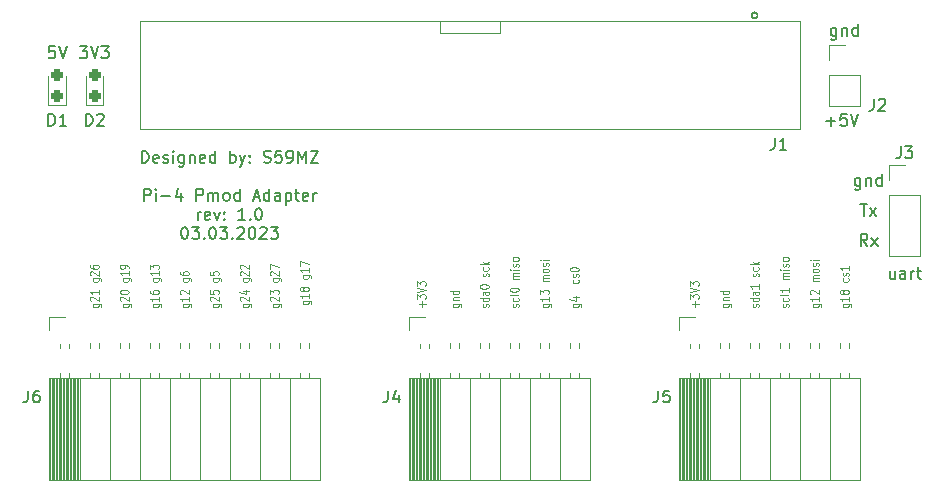
<source format=gto>
G04 #@! TF.GenerationSoftware,KiCad,Pcbnew,6.0.9-8da3e8f707~116~ubuntu20.04.1*
G04 #@! TF.CreationDate,2023-03-05T21:16:07+01:00*
G04 #@! TF.ProjectId,pi4_pmod,7069345f-706d-46f6-942e-6b696361645f,rev?*
G04 #@! TF.SameCoordinates,Original*
G04 #@! TF.FileFunction,Legend,Top*
G04 #@! TF.FilePolarity,Positive*
%FSLAX46Y46*%
G04 Gerber Fmt 4.6, Leading zero omitted, Abs format (unit mm)*
G04 Created by KiCad (PCBNEW 6.0.9-8da3e8f707~116~ubuntu20.04.1) date 2023-03-05 21:16:07*
%MOMM*%
%LPD*%
G01*
G04 APERTURE LIST*
G04 Aperture macros list*
%AMRoundRect*
0 Rectangle with rounded corners*
0 $1 Rounding radius*
0 $2 $3 $4 $5 $6 $7 $8 $9 X,Y pos of 4 corners*
0 Add a 4 corners polygon primitive as box body*
4,1,4,$2,$3,$4,$5,$6,$7,$8,$9,$2,$3,0*
0 Add four circle primitives for the rounded corners*
1,1,$1+$1,$2,$3*
1,1,$1+$1,$4,$5*
1,1,$1+$1,$6,$7*
1,1,$1+$1,$8,$9*
0 Add four rect primitives between the rounded corners*
20,1,$1+$1,$2,$3,$4,$5,0*
20,1,$1+$1,$4,$5,$6,$7,0*
20,1,$1+$1,$6,$7,$8,$9,0*
20,1,$1+$1,$8,$9,$2,$3,0*%
G04 Aperture macros list end*
%ADD10C,0.125000*%
%ADD11C,0.150000*%
%ADD12C,0.120000*%
%ADD13R,1.700000X1.700000*%
%ADD14O,1.700000X1.700000*%
%ADD15RoundRect,0.237500X0.237500X-0.287500X0.237500X0.287500X-0.237500X0.287500X-0.237500X-0.287500X0*%
%ADD16C,2.500000*%
G04 APERTURE END LIST*
D10*
X172559285Y-66320750D02*
X173166428Y-66320750D01*
X173237857Y-66349321D01*
X173273571Y-66377892D01*
X173309285Y-66435035D01*
X173309285Y-66520750D01*
X173273571Y-66577892D01*
X173023571Y-66320750D02*
X173059285Y-66377892D01*
X173059285Y-66492178D01*
X173023571Y-66549321D01*
X172987857Y-66577892D01*
X172916428Y-66606464D01*
X172702142Y-66606464D01*
X172630714Y-66577892D01*
X172595000Y-66549321D01*
X172559285Y-66492178D01*
X172559285Y-66377892D01*
X172595000Y-66320750D01*
X173059285Y-65720750D02*
X173059285Y-66063607D01*
X173059285Y-65892178D02*
X172309285Y-65892178D01*
X172416428Y-65949321D01*
X172487857Y-66006464D01*
X172523571Y-66063607D01*
X172630714Y-65377892D02*
X172595000Y-65435035D01*
X172559285Y-65463607D01*
X172487857Y-65492178D01*
X172452142Y-65492178D01*
X172380714Y-65463607D01*
X172345000Y-65435035D01*
X172309285Y-65377892D01*
X172309285Y-65263607D01*
X172345000Y-65206464D01*
X172380714Y-65177892D01*
X172452142Y-65149321D01*
X172487857Y-65149321D01*
X172559285Y-65177892D01*
X172595000Y-65206464D01*
X172630714Y-65263607D01*
X172630714Y-65377892D01*
X172666428Y-65435035D01*
X172702142Y-65463607D01*
X172773571Y-65492178D01*
X172916428Y-65492178D01*
X172987857Y-65463607D01*
X173023571Y-65435035D01*
X173059285Y-65377892D01*
X173059285Y-65263607D01*
X173023571Y-65206464D01*
X172987857Y-65177892D01*
X172916428Y-65149321D01*
X172773571Y-65149321D01*
X172702142Y-65177892D01*
X172666428Y-65206464D01*
X172630714Y-65263607D01*
X173023571Y-64177892D02*
X173059285Y-64235035D01*
X173059285Y-64349321D01*
X173023571Y-64406464D01*
X172987857Y-64435035D01*
X172916428Y-64463607D01*
X172702142Y-64463607D01*
X172630714Y-64435035D01*
X172595000Y-64406464D01*
X172559285Y-64349321D01*
X172559285Y-64235035D01*
X172595000Y-64177892D01*
X173023571Y-63949321D02*
X173059285Y-63892178D01*
X173059285Y-63777892D01*
X173023571Y-63720750D01*
X172952142Y-63692178D01*
X172916428Y-63692178D01*
X172845000Y-63720750D01*
X172809285Y-63777892D01*
X172809285Y-63863607D01*
X172773571Y-63920750D01*
X172702142Y-63949321D01*
X172666428Y-63949321D01*
X172595000Y-63920750D01*
X172559285Y-63863607D01*
X172559285Y-63777892D01*
X172595000Y-63720750D01*
X173059285Y-63120750D02*
X173059285Y-63463607D01*
X173059285Y-63292178D02*
X172309285Y-63292178D01*
X172416428Y-63349321D01*
X172487857Y-63406464D01*
X172523571Y-63463607D01*
X170019285Y-66320750D02*
X170626428Y-66320750D01*
X170697857Y-66349321D01*
X170733571Y-66377892D01*
X170769285Y-66435035D01*
X170769285Y-66520750D01*
X170733571Y-66577892D01*
X170483571Y-66320750D02*
X170519285Y-66377892D01*
X170519285Y-66492178D01*
X170483571Y-66549321D01*
X170447857Y-66577892D01*
X170376428Y-66606464D01*
X170162142Y-66606464D01*
X170090714Y-66577892D01*
X170055000Y-66549321D01*
X170019285Y-66492178D01*
X170019285Y-66377892D01*
X170055000Y-66320750D01*
X170519285Y-65720750D02*
X170519285Y-66063607D01*
X170519285Y-65892178D02*
X169769285Y-65892178D01*
X169876428Y-65949321D01*
X169947857Y-66006464D01*
X169983571Y-66063607D01*
X169840714Y-65492178D02*
X169805000Y-65463607D01*
X169769285Y-65406464D01*
X169769285Y-65263607D01*
X169805000Y-65206464D01*
X169840714Y-65177892D01*
X169912142Y-65149321D01*
X169983571Y-65149321D01*
X170090714Y-65177892D01*
X170519285Y-65520750D01*
X170519285Y-65149321D01*
X170519285Y-64435035D02*
X170019285Y-64435035D01*
X170090714Y-64435035D02*
X170055000Y-64406464D01*
X170019285Y-64349321D01*
X170019285Y-64263607D01*
X170055000Y-64206464D01*
X170126428Y-64177892D01*
X170519285Y-64177892D01*
X170126428Y-64177892D02*
X170055000Y-64149321D01*
X170019285Y-64092178D01*
X170019285Y-64006464D01*
X170055000Y-63949321D01*
X170126428Y-63920750D01*
X170519285Y-63920750D01*
X170519285Y-63549321D02*
X170483571Y-63606464D01*
X170447857Y-63635035D01*
X170376428Y-63663607D01*
X170162142Y-63663607D01*
X170090714Y-63635035D01*
X170055000Y-63606464D01*
X170019285Y-63549321D01*
X170019285Y-63463607D01*
X170055000Y-63406464D01*
X170090714Y-63377892D01*
X170162142Y-63349321D01*
X170376428Y-63349321D01*
X170447857Y-63377892D01*
X170483571Y-63406464D01*
X170519285Y-63463607D01*
X170519285Y-63549321D01*
X170483571Y-63120750D02*
X170519285Y-63063607D01*
X170519285Y-62949321D01*
X170483571Y-62892178D01*
X170412142Y-62863607D01*
X170376428Y-62863607D01*
X170305000Y-62892178D01*
X170269285Y-62949321D01*
X170269285Y-63035035D01*
X170233571Y-63092178D01*
X170162142Y-63120750D01*
X170126428Y-63120750D01*
X170055000Y-63092178D01*
X170019285Y-63035035D01*
X170019285Y-62949321D01*
X170055000Y-62892178D01*
X170519285Y-62606464D02*
X170019285Y-62606464D01*
X169769285Y-62606464D02*
X169805000Y-62635035D01*
X169840714Y-62606464D01*
X169805000Y-62577892D01*
X169769285Y-62606464D01*
X169840714Y-62606464D01*
X167943571Y-66606464D02*
X167979285Y-66549321D01*
X167979285Y-66435035D01*
X167943571Y-66377892D01*
X167872142Y-66349321D01*
X167836428Y-66349321D01*
X167765000Y-66377892D01*
X167729285Y-66435035D01*
X167729285Y-66520750D01*
X167693571Y-66577892D01*
X167622142Y-66606464D01*
X167586428Y-66606464D01*
X167515000Y-66577892D01*
X167479285Y-66520750D01*
X167479285Y-66435035D01*
X167515000Y-66377892D01*
X167943571Y-65835035D02*
X167979285Y-65892178D01*
X167979285Y-66006464D01*
X167943571Y-66063607D01*
X167907857Y-66092178D01*
X167836428Y-66120750D01*
X167622142Y-66120750D01*
X167550714Y-66092178D01*
X167515000Y-66063607D01*
X167479285Y-66006464D01*
X167479285Y-65892178D01*
X167515000Y-65835035D01*
X167979285Y-65492178D02*
X167943571Y-65549321D01*
X167872142Y-65577892D01*
X167229285Y-65577892D01*
X167979285Y-64949321D02*
X167979285Y-65292178D01*
X167979285Y-65120750D02*
X167229285Y-65120750D01*
X167336428Y-65177892D01*
X167407857Y-65235035D01*
X167443571Y-65292178D01*
X167979285Y-64235035D02*
X167479285Y-64235035D01*
X167550714Y-64235035D02*
X167515000Y-64206464D01*
X167479285Y-64149321D01*
X167479285Y-64063607D01*
X167515000Y-64006464D01*
X167586428Y-63977892D01*
X167979285Y-63977892D01*
X167586428Y-63977892D02*
X167515000Y-63949321D01*
X167479285Y-63892178D01*
X167479285Y-63806464D01*
X167515000Y-63749321D01*
X167586428Y-63720750D01*
X167979285Y-63720750D01*
X167979285Y-63435035D02*
X167479285Y-63435035D01*
X167229285Y-63435035D02*
X167265000Y-63463607D01*
X167300714Y-63435035D01*
X167265000Y-63406464D01*
X167229285Y-63435035D01*
X167300714Y-63435035D01*
X167943571Y-63177892D02*
X167979285Y-63120750D01*
X167979285Y-63006464D01*
X167943571Y-62949321D01*
X167872142Y-62920750D01*
X167836428Y-62920750D01*
X167765000Y-62949321D01*
X167729285Y-63006464D01*
X167729285Y-63092178D01*
X167693571Y-63149321D01*
X167622142Y-63177892D01*
X167586428Y-63177892D01*
X167515000Y-63149321D01*
X167479285Y-63092178D01*
X167479285Y-63006464D01*
X167515000Y-62949321D01*
X167979285Y-62577892D02*
X167943571Y-62635035D01*
X167907857Y-62663607D01*
X167836428Y-62692178D01*
X167622142Y-62692178D01*
X167550714Y-62663607D01*
X167515000Y-62635035D01*
X167479285Y-62577892D01*
X167479285Y-62492178D01*
X167515000Y-62435035D01*
X167550714Y-62406464D01*
X167622142Y-62377892D01*
X167836428Y-62377892D01*
X167907857Y-62406464D01*
X167943571Y-62435035D01*
X167979285Y-62492178D01*
X167979285Y-62577892D01*
X165403571Y-66606464D02*
X165439285Y-66549321D01*
X165439285Y-66435035D01*
X165403571Y-66377892D01*
X165332142Y-66349321D01*
X165296428Y-66349321D01*
X165225000Y-66377892D01*
X165189285Y-66435035D01*
X165189285Y-66520750D01*
X165153571Y-66577892D01*
X165082142Y-66606464D01*
X165046428Y-66606464D01*
X164975000Y-66577892D01*
X164939285Y-66520750D01*
X164939285Y-66435035D01*
X164975000Y-66377892D01*
X165439285Y-65835035D02*
X164689285Y-65835035D01*
X165403571Y-65835035D02*
X165439285Y-65892178D01*
X165439285Y-66006464D01*
X165403571Y-66063607D01*
X165367857Y-66092178D01*
X165296428Y-66120750D01*
X165082142Y-66120750D01*
X165010714Y-66092178D01*
X164975000Y-66063607D01*
X164939285Y-66006464D01*
X164939285Y-65892178D01*
X164975000Y-65835035D01*
X165439285Y-65292178D02*
X165046428Y-65292178D01*
X164975000Y-65320750D01*
X164939285Y-65377892D01*
X164939285Y-65492178D01*
X164975000Y-65549321D01*
X165403571Y-65292178D02*
X165439285Y-65349321D01*
X165439285Y-65492178D01*
X165403571Y-65549321D01*
X165332142Y-65577892D01*
X165260714Y-65577892D01*
X165189285Y-65549321D01*
X165153571Y-65492178D01*
X165153571Y-65349321D01*
X165117857Y-65292178D01*
X165439285Y-64692178D02*
X165439285Y-65035035D01*
X165439285Y-64863607D02*
X164689285Y-64863607D01*
X164796428Y-64920750D01*
X164867857Y-64977892D01*
X164903571Y-65035035D01*
X165403571Y-64006464D02*
X165439285Y-63949321D01*
X165439285Y-63835035D01*
X165403571Y-63777892D01*
X165332142Y-63749321D01*
X165296428Y-63749321D01*
X165225000Y-63777892D01*
X165189285Y-63835035D01*
X165189285Y-63920750D01*
X165153571Y-63977892D01*
X165082142Y-64006464D01*
X165046428Y-64006464D01*
X164975000Y-63977892D01*
X164939285Y-63920750D01*
X164939285Y-63835035D01*
X164975000Y-63777892D01*
X165403571Y-63235035D02*
X165439285Y-63292178D01*
X165439285Y-63406464D01*
X165403571Y-63463607D01*
X165367857Y-63492178D01*
X165296428Y-63520750D01*
X165082142Y-63520750D01*
X165010714Y-63492178D01*
X164975000Y-63463607D01*
X164939285Y-63406464D01*
X164939285Y-63292178D01*
X164975000Y-63235035D01*
X165439285Y-62977892D02*
X164689285Y-62977892D01*
X165153571Y-62920750D02*
X165439285Y-62749321D01*
X164939285Y-62749321D02*
X165225000Y-62977892D01*
X162399285Y-66320750D02*
X163006428Y-66320750D01*
X163077857Y-66349321D01*
X163113571Y-66377892D01*
X163149285Y-66435035D01*
X163149285Y-66520750D01*
X163113571Y-66577892D01*
X162863571Y-66320750D02*
X162899285Y-66377892D01*
X162899285Y-66492178D01*
X162863571Y-66549321D01*
X162827857Y-66577892D01*
X162756428Y-66606464D01*
X162542142Y-66606464D01*
X162470714Y-66577892D01*
X162435000Y-66549321D01*
X162399285Y-66492178D01*
X162399285Y-66377892D01*
X162435000Y-66320750D01*
X162399285Y-66035035D02*
X162899285Y-66035035D01*
X162470714Y-66035035D02*
X162435000Y-66006464D01*
X162399285Y-65949321D01*
X162399285Y-65863607D01*
X162435000Y-65806464D01*
X162506428Y-65777892D01*
X162899285Y-65777892D01*
X162899285Y-65235035D02*
X162149285Y-65235035D01*
X162863571Y-65235035D02*
X162899285Y-65292178D01*
X162899285Y-65406464D01*
X162863571Y-65463607D01*
X162827857Y-65492178D01*
X162756428Y-65520750D01*
X162542142Y-65520750D01*
X162470714Y-65492178D01*
X162435000Y-65463607D01*
X162399285Y-65406464D01*
X162399285Y-65292178D01*
X162435000Y-65235035D01*
X160073571Y-66577892D02*
X160073571Y-66120750D01*
X160359285Y-66349321D02*
X159787857Y-66349321D01*
X159609285Y-65892178D02*
X159609285Y-65520750D01*
X159895000Y-65720750D01*
X159895000Y-65635035D01*
X159930714Y-65577892D01*
X159966428Y-65549321D01*
X160037857Y-65520750D01*
X160216428Y-65520750D01*
X160287857Y-65549321D01*
X160323571Y-65577892D01*
X160359285Y-65635035D01*
X160359285Y-65806464D01*
X160323571Y-65863607D01*
X160287857Y-65892178D01*
X159609285Y-65349321D02*
X160359285Y-65149321D01*
X159609285Y-64949321D01*
X159609285Y-64806464D02*
X159609285Y-64435035D01*
X159895000Y-64635035D01*
X159895000Y-64549321D01*
X159930714Y-64492178D01*
X159966428Y-64463607D01*
X160037857Y-64435035D01*
X160216428Y-64435035D01*
X160287857Y-64463607D01*
X160323571Y-64492178D01*
X160359285Y-64549321D01*
X160359285Y-64720750D01*
X160323571Y-64777892D01*
X160287857Y-64806464D01*
X149699285Y-66320750D02*
X150306428Y-66320750D01*
X150377857Y-66349321D01*
X150413571Y-66377892D01*
X150449285Y-66435035D01*
X150449285Y-66520750D01*
X150413571Y-66577892D01*
X150163571Y-66320750D02*
X150199285Y-66377892D01*
X150199285Y-66492178D01*
X150163571Y-66549321D01*
X150127857Y-66577892D01*
X150056428Y-66606464D01*
X149842142Y-66606464D01*
X149770714Y-66577892D01*
X149735000Y-66549321D01*
X149699285Y-66492178D01*
X149699285Y-66377892D01*
X149735000Y-66320750D01*
X149699285Y-65777892D02*
X150199285Y-65777892D01*
X149413571Y-65920750D02*
X149949285Y-66063607D01*
X149949285Y-65692178D01*
X150163571Y-64292178D02*
X150199285Y-64349321D01*
X150199285Y-64463607D01*
X150163571Y-64520750D01*
X150127857Y-64549321D01*
X150056428Y-64577892D01*
X149842142Y-64577892D01*
X149770714Y-64549321D01*
X149735000Y-64520750D01*
X149699285Y-64463607D01*
X149699285Y-64349321D01*
X149735000Y-64292178D01*
X150163571Y-64063607D02*
X150199285Y-64006464D01*
X150199285Y-63892178D01*
X150163571Y-63835035D01*
X150092142Y-63806464D01*
X150056428Y-63806464D01*
X149985000Y-63835035D01*
X149949285Y-63892178D01*
X149949285Y-63977892D01*
X149913571Y-64035035D01*
X149842142Y-64063607D01*
X149806428Y-64063607D01*
X149735000Y-64035035D01*
X149699285Y-63977892D01*
X149699285Y-63892178D01*
X149735000Y-63835035D01*
X149449285Y-63435035D02*
X149449285Y-63377892D01*
X149485000Y-63320750D01*
X149520714Y-63292178D01*
X149592142Y-63263607D01*
X149735000Y-63235035D01*
X149913571Y-63235035D01*
X150056428Y-63263607D01*
X150127857Y-63292178D01*
X150163571Y-63320750D01*
X150199285Y-63377892D01*
X150199285Y-63435035D01*
X150163571Y-63492178D01*
X150127857Y-63520750D01*
X150056428Y-63549321D01*
X149913571Y-63577892D01*
X149735000Y-63577892D01*
X149592142Y-63549321D01*
X149520714Y-63520750D01*
X149485000Y-63492178D01*
X149449285Y-63435035D01*
X147159285Y-66320750D02*
X147766428Y-66320750D01*
X147837857Y-66349321D01*
X147873571Y-66377892D01*
X147909285Y-66435035D01*
X147909285Y-66520750D01*
X147873571Y-66577892D01*
X147623571Y-66320750D02*
X147659285Y-66377892D01*
X147659285Y-66492178D01*
X147623571Y-66549321D01*
X147587857Y-66577892D01*
X147516428Y-66606464D01*
X147302142Y-66606464D01*
X147230714Y-66577892D01*
X147195000Y-66549321D01*
X147159285Y-66492178D01*
X147159285Y-66377892D01*
X147195000Y-66320750D01*
X147659285Y-65720750D02*
X147659285Y-66063607D01*
X147659285Y-65892178D02*
X146909285Y-65892178D01*
X147016428Y-65949321D01*
X147087857Y-66006464D01*
X147123571Y-66063607D01*
X146909285Y-65520750D02*
X146909285Y-65149321D01*
X147195000Y-65349321D01*
X147195000Y-65263607D01*
X147230714Y-65206464D01*
X147266428Y-65177892D01*
X147337857Y-65149321D01*
X147516428Y-65149321D01*
X147587857Y-65177892D01*
X147623571Y-65206464D01*
X147659285Y-65263607D01*
X147659285Y-65435035D01*
X147623571Y-65492178D01*
X147587857Y-65520750D01*
X147659285Y-64435035D02*
X147159285Y-64435035D01*
X147230714Y-64435035D02*
X147195000Y-64406464D01*
X147159285Y-64349321D01*
X147159285Y-64263607D01*
X147195000Y-64206464D01*
X147266428Y-64177892D01*
X147659285Y-64177892D01*
X147266428Y-64177892D02*
X147195000Y-64149321D01*
X147159285Y-64092178D01*
X147159285Y-64006464D01*
X147195000Y-63949321D01*
X147266428Y-63920750D01*
X147659285Y-63920750D01*
X147659285Y-63549321D02*
X147623571Y-63606464D01*
X147587857Y-63635035D01*
X147516428Y-63663607D01*
X147302142Y-63663607D01*
X147230714Y-63635035D01*
X147195000Y-63606464D01*
X147159285Y-63549321D01*
X147159285Y-63463607D01*
X147195000Y-63406464D01*
X147230714Y-63377892D01*
X147302142Y-63349321D01*
X147516428Y-63349321D01*
X147587857Y-63377892D01*
X147623571Y-63406464D01*
X147659285Y-63463607D01*
X147659285Y-63549321D01*
X147623571Y-63120750D02*
X147659285Y-63063607D01*
X147659285Y-62949321D01*
X147623571Y-62892178D01*
X147552142Y-62863607D01*
X147516428Y-62863607D01*
X147445000Y-62892178D01*
X147409285Y-62949321D01*
X147409285Y-63035035D01*
X147373571Y-63092178D01*
X147302142Y-63120750D01*
X147266428Y-63120750D01*
X147195000Y-63092178D01*
X147159285Y-63035035D01*
X147159285Y-62949321D01*
X147195000Y-62892178D01*
X147659285Y-62606464D02*
X147159285Y-62606464D01*
X146909285Y-62606464D02*
X146945000Y-62635035D01*
X146980714Y-62606464D01*
X146945000Y-62577892D01*
X146909285Y-62606464D01*
X146980714Y-62606464D01*
X145083571Y-66606464D02*
X145119285Y-66549321D01*
X145119285Y-66435035D01*
X145083571Y-66377892D01*
X145012142Y-66349321D01*
X144976428Y-66349321D01*
X144905000Y-66377892D01*
X144869285Y-66435035D01*
X144869285Y-66520750D01*
X144833571Y-66577892D01*
X144762142Y-66606464D01*
X144726428Y-66606464D01*
X144655000Y-66577892D01*
X144619285Y-66520750D01*
X144619285Y-66435035D01*
X144655000Y-66377892D01*
X145083571Y-65835035D02*
X145119285Y-65892178D01*
X145119285Y-66006464D01*
X145083571Y-66063607D01*
X145047857Y-66092178D01*
X144976428Y-66120750D01*
X144762142Y-66120750D01*
X144690714Y-66092178D01*
X144655000Y-66063607D01*
X144619285Y-66006464D01*
X144619285Y-65892178D01*
X144655000Y-65835035D01*
X145119285Y-65492178D02*
X145083571Y-65549321D01*
X145012142Y-65577892D01*
X144369285Y-65577892D01*
X144369285Y-65149321D02*
X144369285Y-65092178D01*
X144405000Y-65035035D01*
X144440714Y-65006464D01*
X144512142Y-64977892D01*
X144655000Y-64949321D01*
X144833571Y-64949321D01*
X144976428Y-64977892D01*
X145047857Y-65006464D01*
X145083571Y-65035035D01*
X145119285Y-65092178D01*
X145119285Y-65149321D01*
X145083571Y-65206464D01*
X145047857Y-65235035D01*
X144976428Y-65263607D01*
X144833571Y-65292178D01*
X144655000Y-65292178D01*
X144512142Y-65263607D01*
X144440714Y-65235035D01*
X144405000Y-65206464D01*
X144369285Y-65149321D01*
X145119285Y-64235035D02*
X144619285Y-64235035D01*
X144690714Y-64235035D02*
X144655000Y-64206464D01*
X144619285Y-64149321D01*
X144619285Y-64063607D01*
X144655000Y-64006464D01*
X144726428Y-63977892D01*
X145119285Y-63977892D01*
X144726428Y-63977892D02*
X144655000Y-63949321D01*
X144619285Y-63892178D01*
X144619285Y-63806464D01*
X144655000Y-63749321D01*
X144726428Y-63720750D01*
X145119285Y-63720750D01*
X145119285Y-63435035D02*
X144619285Y-63435035D01*
X144369285Y-63435035D02*
X144405000Y-63463607D01*
X144440714Y-63435035D01*
X144405000Y-63406464D01*
X144369285Y-63435035D01*
X144440714Y-63435035D01*
X145083571Y-63177892D02*
X145119285Y-63120750D01*
X145119285Y-63006464D01*
X145083571Y-62949321D01*
X145012142Y-62920750D01*
X144976428Y-62920750D01*
X144905000Y-62949321D01*
X144869285Y-63006464D01*
X144869285Y-63092178D01*
X144833571Y-63149321D01*
X144762142Y-63177892D01*
X144726428Y-63177892D01*
X144655000Y-63149321D01*
X144619285Y-63092178D01*
X144619285Y-63006464D01*
X144655000Y-62949321D01*
X145119285Y-62577892D02*
X145083571Y-62635035D01*
X145047857Y-62663607D01*
X144976428Y-62692178D01*
X144762142Y-62692178D01*
X144690714Y-62663607D01*
X144655000Y-62635035D01*
X144619285Y-62577892D01*
X144619285Y-62492178D01*
X144655000Y-62435035D01*
X144690714Y-62406464D01*
X144762142Y-62377892D01*
X144976428Y-62377892D01*
X145047857Y-62406464D01*
X145083571Y-62435035D01*
X145119285Y-62492178D01*
X145119285Y-62577892D01*
X139539285Y-66320750D02*
X140146428Y-66320750D01*
X140217857Y-66349321D01*
X140253571Y-66377892D01*
X140289285Y-66435035D01*
X140289285Y-66520750D01*
X140253571Y-66577892D01*
X140003571Y-66320750D02*
X140039285Y-66377892D01*
X140039285Y-66492178D01*
X140003571Y-66549321D01*
X139967857Y-66577892D01*
X139896428Y-66606464D01*
X139682142Y-66606464D01*
X139610714Y-66577892D01*
X139575000Y-66549321D01*
X139539285Y-66492178D01*
X139539285Y-66377892D01*
X139575000Y-66320750D01*
X139539285Y-66035035D02*
X140039285Y-66035035D01*
X139610714Y-66035035D02*
X139575000Y-66006464D01*
X139539285Y-65949321D01*
X139539285Y-65863607D01*
X139575000Y-65806464D01*
X139646428Y-65777892D01*
X140039285Y-65777892D01*
X140039285Y-65235035D02*
X139289285Y-65235035D01*
X140003571Y-65235035D02*
X140039285Y-65292178D01*
X140039285Y-65406464D01*
X140003571Y-65463607D01*
X139967857Y-65492178D01*
X139896428Y-65520750D01*
X139682142Y-65520750D01*
X139610714Y-65492178D01*
X139575000Y-65463607D01*
X139539285Y-65406464D01*
X139539285Y-65292178D01*
X139575000Y-65235035D01*
X142543571Y-66606464D02*
X142579285Y-66549321D01*
X142579285Y-66435035D01*
X142543571Y-66377892D01*
X142472142Y-66349321D01*
X142436428Y-66349321D01*
X142365000Y-66377892D01*
X142329285Y-66435035D01*
X142329285Y-66520750D01*
X142293571Y-66577892D01*
X142222142Y-66606464D01*
X142186428Y-66606464D01*
X142115000Y-66577892D01*
X142079285Y-66520750D01*
X142079285Y-66435035D01*
X142115000Y-66377892D01*
X142579285Y-65835035D02*
X141829285Y-65835035D01*
X142543571Y-65835035D02*
X142579285Y-65892178D01*
X142579285Y-66006464D01*
X142543571Y-66063607D01*
X142507857Y-66092178D01*
X142436428Y-66120750D01*
X142222142Y-66120750D01*
X142150714Y-66092178D01*
X142115000Y-66063607D01*
X142079285Y-66006464D01*
X142079285Y-65892178D01*
X142115000Y-65835035D01*
X142579285Y-65292178D02*
X142186428Y-65292178D01*
X142115000Y-65320750D01*
X142079285Y-65377892D01*
X142079285Y-65492178D01*
X142115000Y-65549321D01*
X142543571Y-65292178D02*
X142579285Y-65349321D01*
X142579285Y-65492178D01*
X142543571Y-65549321D01*
X142472142Y-65577892D01*
X142400714Y-65577892D01*
X142329285Y-65549321D01*
X142293571Y-65492178D01*
X142293571Y-65349321D01*
X142257857Y-65292178D01*
X141829285Y-64892178D02*
X141829285Y-64835035D01*
X141865000Y-64777892D01*
X141900714Y-64749321D01*
X141972142Y-64720750D01*
X142115000Y-64692178D01*
X142293571Y-64692178D01*
X142436428Y-64720750D01*
X142507857Y-64749321D01*
X142543571Y-64777892D01*
X142579285Y-64835035D01*
X142579285Y-64892178D01*
X142543571Y-64949321D01*
X142507857Y-64977892D01*
X142436428Y-65006464D01*
X142293571Y-65035035D01*
X142115000Y-65035035D01*
X141972142Y-65006464D01*
X141900714Y-64977892D01*
X141865000Y-64949321D01*
X141829285Y-64892178D01*
X142543571Y-64006464D02*
X142579285Y-63949321D01*
X142579285Y-63835035D01*
X142543571Y-63777892D01*
X142472142Y-63749321D01*
X142436428Y-63749321D01*
X142365000Y-63777892D01*
X142329285Y-63835035D01*
X142329285Y-63920750D01*
X142293571Y-63977892D01*
X142222142Y-64006464D01*
X142186428Y-64006464D01*
X142115000Y-63977892D01*
X142079285Y-63920750D01*
X142079285Y-63835035D01*
X142115000Y-63777892D01*
X142543571Y-63235035D02*
X142579285Y-63292178D01*
X142579285Y-63406464D01*
X142543571Y-63463607D01*
X142507857Y-63492178D01*
X142436428Y-63520750D01*
X142222142Y-63520750D01*
X142150714Y-63492178D01*
X142115000Y-63463607D01*
X142079285Y-63406464D01*
X142079285Y-63292178D01*
X142115000Y-63235035D01*
X142579285Y-62977892D02*
X141829285Y-62977892D01*
X142293571Y-62920750D02*
X142579285Y-62749321D01*
X142079285Y-62749321D02*
X142365000Y-62977892D01*
X136959571Y-66577892D02*
X136959571Y-66120750D01*
X137245285Y-66349321D02*
X136673857Y-66349321D01*
X136495285Y-65892178D02*
X136495285Y-65520750D01*
X136781000Y-65720750D01*
X136781000Y-65635035D01*
X136816714Y-65577892D01*
X136852428Y-65549321D01*
X136923857Y-65520750D01*
X137102428Y-65520750D01*
X137173857Y-65549321D01*
X137209571Y-65577892D01*
X137245285Y-65635035D01*
X137245285Y-65806464D01*
X137209571Y-65863607D01*
X137173857Y-65892178D01*
X136495285Y-65349321D02*
X137245285Y-65149321D01*
X136495285Y-64949321D01*
X136495285Y-64806464D02*
X136495285Y-64435035D01*
X136781000Y-64635035D01*
X136781000Y-64549321D01*
X136816714Y-64492178D01*
X136852428Y-64463607D01*
X136923857Y-64435035D01*
X137102428Y-64435035D01*
X137173857Y-64463607D01*
X137209571Y-64492178D01*
X137245285Y-64549321D01*
X137245285Y-64720750D01*
X137209571Y-64777892D01*
X137173857Y-64806464D01*
X126839285Y-66066750D02*
X127446428Y-66066750D01*
X127517857Y-66095321D01*
X127553571Y-66123892D01*
X127589285Y-66181035D01*
X127589285Y-66266750D01*
X127553571Y-66323892D01*
X127303571Y-66066750D02*
X127339285Y-66123892D01*
X127339285Y-66238178D01*
X127303571Y-66295321D01*
X127267857Y-66323892D01*
X127196428Y-66352464D01*
X126982142Y-66352464D01*
X126910714Y-66323892D01*
X126875000Y-66295321D01*
X126839285Y-66238178D01*
X126839285Y-66123892D01*
X126875000Y-66066750D01*
X127339285Y-65466750D02*
X127339285Y-65809607D01*
X127339285Y-65638178D02*
X126589285Y-65638178D01*
X126696428Y-65695321D01*
X126767857Y-65752464D01*
X126803571Y-65809607D01*
X126910714Y-65123892D02*
X126875000Y-65181035D01*
X126839285Y-65209607D01*
X126767857Y-65238178D01*
X126732142Y-65238178D01*
X126660714Y-65209607D01*
X126625000Y-65181035D01*
X126589285Y-65123892D01*
X126589285Y-65009607D01*
X126625000Y-64952464D01*
X126660714Y-64923892D01*
X126732142Y-64895321D01*
X126767857Y-64895321D01*
X126839285Y-64923892D01*
X126875000Y-64952464D01*
X126910714Y-65009607D01*
X126910714Y-65123892D01*
X126946428Y-65181035D01*
X126982142Y-65209607D01*
X127053571Y-65238178D01*
X127196428Y-65238178D01*
X127267857Y-65209607D01*
X127303571Y-65181035D01*
X127339285Y-65123892D01*
X127339285Y-65009607D01*
X127303571Y-64952464D01*
X127267857Y-64923892D01*
X127196428Y-64895321D01*
X127053571Y-64895321D01*
X126982142Y-64923892D01*
X126946428Y-64952464D01*
X126910714Y-65009607D01*
X126839285Y-63923892D02*
X127446428Y-63923892D01*
X127517857Y-63952464D01*
X127553571Y-63981035D01*
X127589285Y-64038178D01*
X127589285Y-64123892D01*
X127553571Y-64181035D01*
X127303571Y-63923892D02*
X127339285Y-63981035D01*
X127339285Y-64095321D01*
X127303571Y-64152464D01*
X127267857Y-64181035D01*
X127196428Y-64209607D01*
X126982142Y-64209607D01*
X126910714Y-64181035D01*
X126875000Y-64152464D01*
X126839285Y-64095321D01*
X126839285Y-63981035D01*
X126875000Y-63923892D01*
X127339285Y-63323892D02*
X127339285Y-63666750D01*
X127339285Y-63495321D02*
X126589285Y-63495321D01*
X126696428Y-63552464D01*
X126767857Y-63609607D01*
X126803571Y-63666750D01*
X126589285Y-63123892D02*
X126589285Y-62723892D01*
X127339285Y-62981035D01*
X124299285Y-66320750D02*
X124906428Y-66320750D01*
X124977857Y-66349321D01*
X125013571Y-66377892D01*
X125049285Y-66435035D01*
X125049285Y-66520750D01*
X125013571Y-66577892D01*
X124763571Y-66320750D02*
X124799285Y-66377892D01*
X124799285Y-66492178D01*
X124763571Y-66549321D01*
X124727857Y-66577892D01*
X124656428Y-66606464D01*
X124442142Y-66606464D01*
X124370714Y-66577892D01*
X124335000Y-66549321D01*
X124299285Y-66492178D01*
X124299285Y-66377892D01*
X124335000Y-66320750D01*
X124120714Y-66063607D02*
X124085000Y-66035035D01*
X124049285Y-65977892D01*
X124049285Y-65835035D01*
X124085000Y-65777892D01*
X124120714Y-65749321D01*
X124192142Y-65720750D01*
X124263571Y-65720750D01*
X124370714Y-65749321D01*
X124799285Y-66092178D01*
X124799285Y-65720750D01*
X124049285Y-65520750D02*
X124049285Y-65149321D01*
X124335000Y-65349321D01*
X124335000Y-65263607D01*
X124370714Y-65206464D01*
X124406428Y-65177892D01*
X124477857Y-65149321D01*
X124656428Y-65149321D01*
X124727857Y-65177892D01*
X124763571Y-65206464D01*
X124799285Y-65263607D01*
X124799285Y-65435035D01*
X124763571Y-65492178D01*
X124727857Y-65520750D01*
X124299285Y-64177892D02*
X124906428Y-64177892D01*
X124977857Y-64206464D01*
X125013571Y-64235035D01*
X125049285Y-64292178D01*
X125049285Y-64377892D01*
X125013571Y-64435035D01*
X124763571Y-64177892D02*
X124799285Y-64235035D01*
X124799285Y-64349321D01*
X124763571Y-64406464D01*
X124727857Y-64435035D01*
X124656428Y-64463607D01*
X124442142Y-64463607D01*
X124370714Y-64435035D01*
X124335000Y-64406464D01*
X124299285Y-64349321D01*
X124299285Y-64235035D01*
X124335000Y-64177892D01*
X124120714Y-63920750D02*
X124085000Y-63892178D01*
X124049285Y-63835035D01*
X124049285Y-63692178D01*
X124085000Y-63635035D01*
X124120714Y-63606464D01*
X124192142Y-63577892D01*
X124263571Y-63577892D01*
X124370714Y-63606464D01*
X124799285Y-63949321D01*
X124799285Y-63577892D01*
X124049285Y-63377892D02*
X124049285Y-62977892D01*
X124799285Y-63235035D01*
X121759285Y-66320750D02*
X122366428Y-66320750D01*
X122437857Y-66349321D01*
X122473571Y-66377892D01*
X122509285Y-66435035D01*
X122509285Y-66520750D01*
X122473571Y-66577892D01*
X122223571Y-66320750D02*
X122259285Y-66377892D01*
X122259285Y-66492178D01*
X122223571Y-66549321D01*
X122187857Y-66577892D01*
X122116428Y-66606464D01*
X121902142Y-66606464D01*
X121830714Y-66577892D01*
X121795000Y-66549321D01*
X121759285Y-66492178D01*
X121759285Y-66377892D01*
X121795000Y-66320750D01*
X121580714Y-66063607D02*
X121545000Y-66035035D01*
X121509285Y-65977892D01*
X121509285Y-65835035D01*
X121545000Y-65777892D01*
X121580714Y-65749321D01*
X121652142Y-65720750D01*
X121723571Y-65720750D01*
X121830714Y-65749321D01*
X122259285Y-66092178D01*
X122259285Y-65720750D01*
X121759285Y-65206464D02*
X122259285Y-65206464D01*
X121473571Y-65349321D02*
X122009285Y-65492178D01*
X122009285Y-65120750D01*
X121759285Y-64177892D02*
X122366428Y-64177892D01*
X122437857Y-64206464D01*
X122473571Y-64235035D01*
X122509285Y-64292178D01*
X122509285Y-64377892D01*
X122473571Y-64435035D01*
X122223571Y-64177892D02*
X122259285Y-64235035D01*
X122259285Y-64349321D01*
X122223571Y-64406464D01*
X122187857Y-64435035D01*
X122116428Y-64463607D01*
X121902142Y-64463607D01*
X121830714Y-64435035D01*
X121795000Y-64406464D01*
X121759285Y-64349321D01*
X121759285Y-64235035D01*
X121795000Y-64177892D01*
X121580714Y-63920750D02*
X121545000Y-63892178D01*
X121509285Y-63835035D01*
X121509285Y-63692178D01*
X121545000Y-63635035D01*
X121580714Y-63606464D01*
X121652142Y-63577892D01*
X121723571Y-63577892D01*
X121830714Y-63606464D01*
X122259285Y-63949321D01*
X122259285Y-63577892D01*
X121580714Y-63349321D02*
X121545000Y-63320750D01*
X121509285Y-63263607D01*
X121509285Y-63120750D01*
X121545000Y-63063607D01*
X121580714Y-63035035D01*
X121652142Y-63006464D01*
X121723571Y-63006464D01*
X121830714Y-63035035D01*
X122259285Y-63377892D01*
X122259285Y-63006464D01*
X119219285Y-66320750D02*
X119826428Y-66320750D01*
X119897857Y-66349321D01*
X119933571Y-66377892D01*
X119969285Y-66435035D01*
X119969285Y-66520750D01*
X119933571Y-66577892D01*
X119683571Y-66320750D02*
X119719285Y-66377892D01*
X119719285Y-66492178D01*
X119683571Y-66549321D01*
X119647857Y-66577892D01*
X119576428Y-66606464D01*
X119362142Y-66606464D01*
X119290714Y-66577892D01*
X119255000Y-66549321D01*
X119219285Y-66492178D01*
X119219285Y-66377892D01*
X119255000Y-66320750D01*
X119040714Y-66063607D02*
X119005000Y-66035035D01*
X118969285Y-65977892D01*
X118969285Y-65835035D01*
X119005000Y-65777892D01*
X119040714Y-65749321D01*
X119112142Y-65720750D01*
X119183571Y-65720750D01*
X119290714Y-65749321D01*
X119719285Y-66092178D01*
X119719285Y-65720750D01*
X118969285Y-65177892D02*
X118969285Y-65463607D01*
X119326428Y-65492178D01*
X119290714Y-65463607D01*
X119255000Y-65406464D01*
X119255000Y-65263607D01*
X119290714Y-65206464D01*
X119326428Y-65177892D01*
X119397857Y-65149321D01*
X119576428Y-65149321D01*
X119647857Y-65177892D01*
X119683571Y-65206464D01*
X119719285Y-65263607D01*
X119719285Y-65406464D01*
X119683571Y-65463607D01*
X119647857Y-65492178D01*
X119219285Y-64177892D02*
X119826428Y-64177892D01*
X119897857Y-64206464D01*
X119933571Y-64235035D01*
X119969285Y-64292178D01*
X119969285Y-64377892D01*
X119933571Y-64435035D01*
X119683571Y-64177892D02*
X119719285Y-64235035D01*
X119719285Y-64349321D01*
X119683571Y-64406464D01*
X119647857Y-64435035D01*
X119576428Y-64463607D01*
X119362142Y-64463607D01*
X119290714Y-64435035D01*
X119255000Y-64406464D01*
X119219285Y-64349321D01*
X119219285Y-64235035D01*
X119255000Y-64177892D01*
X118969285Y-63606464D02*
X118969285Y-63892178D01*
X119326428Y-63920750D01*
X119290714Y-63892178D01*
X119255000Y-63835035D01*
X119255000Y-63692178D01*
X119290714Y-63635035D01*
X119326428Y-63606464D01*
X119397857Y-63577892D01*
X119576428Y-63577892D01*
X119647857Y-63606464D01*
X119683571Y-63635035D01*
X119719285Y-63692178D01*
X119719285Y-63835035D01*
X119683571Y-63892178D01*
X119647857Y-63920750D01*
X116679285Y-66320750D02*
X117286428Y-66320750D01*
X117357857Y-66349321D01*
X117393571Y-66377892D01*
X117429285Y-66435035D01*
X117429285Y-66520750D01*
X117393571Y-66577892D01*
X117143571Y-66320750D02*
X117179285Y-66377892D01*
X117179285Y-66492178D01*
X117143571Y-66549321D01*
X117107857Y-66577892D01*
X117036428Y-66606464D01*
X116822142Y-66606464D01*
X116750714Y-66577892D01*
X116715000Y-66549321D01*
X116679285Y-66492178D01*
X116679285Y-66377892D01*
X116715000Y-66320750D01*
X117179285Y-65720750D02*
X117179285Y-66063607D01*
X117179285Y-65892178D02*
X116429285Y-65892178D01*
X116536428Y-65949321D01*
X116607857Y-66006464D01*
X116643571Y-66063607D01*
X116500714Y-65492178D02*
X116465000Y-65463607D01*
X116429285Y-65406464D01*
X116429285Y-65263607D01*
X116465000Y-65206464D01*
X116500714Y-65177892D01*
X116572142Y-65149321D01*
X116643571Y-65149321D01*
X116750714Y-65177892D01*
X117179285Y-65520750D01*
X117179285Y-65149321D01*
X116679285Y-64177892D02*
X117286428Y-64177892D01*
X117357857Y-64206464D01*
X117393571Y-64235035D01*
X117429285Y-64292178D01*
X117429285Y-64377892D01*
X117393571Y-64435035D01*
X117143571Y-64177892D02*
X117179285Y-64235035D01*
X117179285Y-64349321D01*
X117143571Y-64406464D01*
X117107857Y-64435035D01*
X117036428Y-64463607D01*
X116822142Y-64463607D01*
X116750714Y-64435035D01*
X116715000Y-64406464D01*
X116679285Y-64349321D01*
X116679285Y-64235035D01*
X116715000Y-64177892D01*
X116429285Y-63635035D02*
X116429285Y-63749321D01*
X116465000Y-63806464D01*
X116500714Y-63835035D01*
X116607857Y-63892178D01*
X116750714Y-63920750D01*
X117036428Y-63920750D01*
X117107857Y-63892178D01*
X117143571Y-63863607D01*
X117179285Y-63806464D01*
X117179285Y-63692178D01*
X117143571Y-63635035D01*
X117107857Y-63606464D01*
X117036428Y-63577892D01*
X116857857Y-63577892D01*
X116786428Y-63606464D01*
X116750714Y-63635035D01*
X116715000Y-63692178D01*
X116715000Y-63806464D01*
X116750714Y-63863607D01*
X116786428Y-63892178D01*
X116857857Y-63920750D01*
X114139285Y-66320750D02*
X114746428Y-66320750D01*
X114817857Y-66349321D01*
X114853571Y-66377892D01*
X114889285Y-66435035D01*
X114889285Y-66520750D01*
X114853571Y-66577892D01*
X114603571Y-66320750D02*
X114639285Y-66377892D01*
X114639285Y-66492178D01*
X114603571Y-66549321D01*
X114567857Y-66577892D01*
X114496428Y-66606464D01*
X114282142Y-66606464D01*
X114210714Y-66577892D01*
X114175000Y-66549321D01*
X114139285Y-66492178D01*
X114139285Y-66377892D01*
X114175000Y-66320750D01*
X114639285Y-65720750D02*
X114639285Y-66063607D01*
X114639285Y-65892178D02*
X113889285Y-65892178D01*
X113996428Y-65949321D01*
X114067857Y-66006464D01*
X114103571Y-66063607D01*
X113889285Y-65206464D02*
X113889285Y-65320750D01*
X113925000Y-65377892D01*
X113960714Y-65406464D01*
X114067857Y-65463607D01*
X114210714Y-65492178D01*
X114496428Y-65492178D01*
X114567857Y-65463607D01*
X114603571Y-65435035D01*
X114639285Y-65377892D01*
X114639285Y-65263607D01*
X114603571Y-65206464D01*
X114567857Y-65177892D01*
X114496428Y-65149321D01*
X114317857Y-65149321D01*
X114246428Y-65177892D01*
X114210714Y-65206464D01*
X114175000Y-65263607D01*
X114175000Y-65377892D01*
X114210714Y-65435035D01*
X114246428Y-65463607D01*
X114317857Y-65492178D01*
X114139285Y-64177892D02*
X114746428Y-64177892D01*
X114817857Y-64206464D01*
X114853571Y-64235035D01*
X114889285Y-64292178D01*
X114889285Y-64377892D01*
X114853571Y-64435035D01*
X114603571Y-64177892D02*
X114639285Y-64235035D01*
X114639285Y-64349321D01*
X114603571Y-64406464D01*
X114567857Y-64435035D01*
X114496428Y-64463607D01*
X114282142Y-64463607D01*
X114210714Y-64435035D01*
X114175000Y-64406464D01*
X114139285Y-64349321D01*
X114139285Y-64235035D01*
X114175000Y-64177892D01*
X114639285Y-63577892D02*
X114639285Y-63920750D01*
X114639285Y-63749321D02*
X113889285Y-63749321D01*
X113996428Y-63806464D01*
X114067857Y-63863607D01*
X114103571Y-63920750D01*
X113889285Y-63377892D02*
X113889285Y-63006464D01*
X114175000Y-63206464D01*
X114175000Y-63120750D01*
X114210714Y-63063607D01*
X114246428Y-63035035D01*
X114317857Y-63006464D01*
X114496428Y-63006464D01*
X114567857Y-63035035D01*
X114603571Y-63063607D01*
X114639285Y-63120750D01*
X114639285Y-63292178D01*
X114603571Y-63349321D01*
X114567857Y-63377892D01*
X111599285Y-66320750D02*
X112206428Y-66320750D01*
X112277857Y-66349321D01*
X112313571Y-66377892D01*
X112349285Y-66435035D01*
X112349285Y-66520750D01*
X112313571Y-66577892D01*
X112063571Y-66320750D02*
X112099285Y-66377892D01*
X112099285Y-66492178D01*
X112063571Y-66549321D01*
X112027857Y-66577892D01*
X111956428Y-66606464D01*
X111742142Y-66606464D01*
X111670714Y-66577892D01*
X111635000Y-66549321D01*
X111599285Y-66492178D01*
X111599285Y-66377892D01*
X111635000Y-66320750D01*
X111420714Y-66063607D02*
X111385000Y-66035035D01*
X111349285Y-65977892D01*
X111349285Y-65835035D01*
X111385000Y-65777892D01*
X111420714Y-65749321D01*
X111492142Y-65720750D01*
X111563571Y-65720750D01*
X111670714Y-65749321D01*
X112099285Y-66092178D01*
X112099285Y-65720750D01*
X111349285Y-65349321D02*
X111349285Y-65292178D01*
X111385000Y-65235035D01*
X111420714Y-65206464D01*
X111492142Y-65177892D01*
X111635000Y-65149321D01*
X111813571Y-65149321D01*
X111956428Y-65177892D01*
X112027857Y-65206464D01*
X112063571Y-65235035D01*
X112099285Y-65292178D01*
X112099285Y-65349321D01*
X112063571Y-65406464D01*
X112027857Y-65435035D01*
X111956428Y-65463607D01*
X111813571Y-65492178D01*
X111635000Y-65492178D01*
X111492142Y-65463607D01*
X111420714Y-65435035D01*
X111385000Y-65406464D01*
X111349285Y-65349321D01*
X111599285Y-64177892D02*
X112206428Y-64177892D01*
X112277857Y-64206464D01*
X112313571Y-64235035D01*
X112349285Y-64292178D01*
X112349285Y-64377892D01*
X112313571Y-64435035D01*
X112063571Y-64177892D02*
X112099285Y-64235035D01*
X112099285Y-64349321D01*
X112063571Y-64406464D01*
X112027857Y-64435035D01*
X111956428Y-64463607D01*
X111742142Y-64463607D01*
X111670714Y-64435035D01*
X111635000Y-64406464D01*
X111599285Y-64349321D01*
X111599285Y-64235035D01*
X111635000Y-64177892D01*
X112099285Y-63577892D02*
X112099285Y-63920750D01*
X112099285Y-63749321D02*
X111349285Y-63749321D01*
X111456428Y-63806464D01*
X111527857Y-63863607D01*
X111563571Y-63920750D01*
X112099285Y-63292178D02*
X112099285Y-63177892D01*
X112063571Y-63120750D01*
X112027857Y-63092178D01*
X111920714Y-63035035D01*
X111777857Y-63006464D01*
X111492142Y-63006464D01*
X111420714Y-63035035D01*
X111385000Y-63063607D01*
X111349285Y-63120750D01*
X111349285Y-63235035D01*
X111385000Y-63292178D01*
X111420714Y-63320750D01*
X111492142Y-63349321D01*
X111670714Y-63349321D01*
X111742142Y-63320750D01*
X111777857Y-63292178D01*
X111813571Y-63235035D01*
X111813571Y-63120750D01*
X111777857Y-63063607D01*
X111742142Y-63035035D01*
X111670714Y-63006464D01*
D11*
X165354000Y-41910000D02*
G75*
G03*
X165354000Y-41910000I-254000J0D01*
G01*
D10*
X109059285Y-66320750D02*
X109666428Y-66320750D01*
X109737857Y-66349321D01*
X109773571Y-66377892D01*
X109809285Y-66435035D01*
X109809285Y-66520750D01*
X109773571Y-66577892D01*
X109523571Y-66320750D02*
X109559285Y-66377892D01*
X109559285Y-66492178D01*
X109523571Y-66549321D01*
X109487857Y-66577892D01*
X109416428Y-66606464D01*
X109202142Y-66606464D01*
X109130714Y-66577892D01*
X109095000Y-66549321D01*
X109059285Y-66492178D01*
X109059285Y-66377892D01*
X109095000Y-66320750D01*
X108880714Y-66063607D02*
X108845000Y-66035035D01*
X108809285Y-65977892D01*
X108809285Y-65835035D01*
X108845000Y-65777892D01*
X108880714Y-65749321D01*
X108952142Y-65720750D01*
X109023571Y-65720750D01*
X109130714Y-65749321D01*
X109559285Y-66092178D01*
X109559285Y-65720750D01*
X109559285Y-65149321D02*
X109559285Y-65492178D01*
X109559285Y-65320750D02*
X108809285Y-65320750D01*
X108916428Y-65377892D01*
X108987857Y-65435035D01*
X109023571Y-65492178D01*
X109059285Y-64177892D02*
X109666428Y-64177892D01*
X109737857Y-64206464D01*
X109773571Y-64235035D01*
X109809285Y-64292178D01*
X109809285Y-64377892D01*
X109773571Y-64435035D01*
X109523571Y-64177892D02*
X109559285Y-64235035D01*
X109559285Y-64349321D01*
X109523571Y-64406464D01*
X109487857Y-64435035D01*
X109416428Y-64463607D01*
X109202142Y-64463607D01*
X109130714Y-64435035D01*
X109095000Y-64406464D01*
X109059285Y-64349321D01*
X109059285Y-64235035D01*
X109095000Y-64177892D01*
X108880714Y-63920750D02*
X108845000Y-63892178D01*
X108809285Y-63835035D01*
X108809285Y-63692178D01*
X108845000Y-63635035D01*
X108880714Y-63606464D01*
X108952142Y-63577892D01*
X109023571Y-63577892D01*
X109130714Y-63606464D01*
X109559285Y-63949321D01*
X109559285Y-63577892D01*
X108809285Y-63063607D02*
X108809285Y-63177892D01*
X108845000Y-63235035D01*
X108880714Y-63263607D01*
X108987857Y-63320750D01*
X109130714Y-63349321D01*
X109416428Y-63349321D01*
X109487857Y-63320750D01*
X109523571Y-63292178D01*
X109559285Y-63235035D01*
X109559285Y-63120750D01*
X109523571Y-63063607D01*
X109487857Y-63035035D01*
X109416428Y-63006464D01*
X109237857Y-63006464D01*
X109166428Y-63035035D01*
X109130714Y-63063607D01*
X109095000Y-63120750D01*
X109095000Y-63235035D01*
X109130714Y-63292178D01*
X109166428Y-63320750D01*
X109237857Y-63349321D01*
D11*
X113221428Y-54382380D02*
X113221428Y-53382380D01*
X113459523Y-53382380D01*
X113602380Y-53430000D01*
X113697619Y-53525238D01*
X113745238Y-53620476D01*
X113792857Y-53810952D01*
X113792857Y-53953809D01*
X113745238Y-54144285D01*
X113697619Y-54239523D01*
X113602380Y-54334761D01*
X113459523Y-54382380D01*
X113221428Y-54382380D01*
X114602380Y-54334761D02*
X114507142Y-54382380D01*
X114316666Y-54382380D01*
X114221428Y-54334761D01*
X114173809Y-54239523D01*
X114173809Y-53858571D01*
X114221428Y-53763333D01*
X114316666Y-53715714D01*
X114507142Y-53715714D01*
X114602380Y-53763333D01*
X114650000Y-53858571D01*
X114650000Y-53953809D01*
X114173809Y-54049047D01*
X115030952Y-54334761D02*
X115126190Y-54382380D01*
X115316666Y-54382380D01*
X115411904Y-54334761D01*
X115459523Y-54239523D01*
X115459523Y-54191904D01*
X115411904Y-54096666D01*
X115316666Y-54049047D01*
X115173809Y-54049047D01*
X115078571Y-54001428D01*
X115030952Y-53906190D01*
X115030952Y-53858571D01*
X115078571Y-53763333D01*
X115173809Y-53715714D01*
X115316666Y-53715714D01*
X115411904Y-53763333D01*
X115888095Y-54382380D02*
X115888095Y-53715714D01*
X115888095Y-53382380D02*
X115840476Y-53430000D01*
X115888095Y-53477619D01*
X115935714Y-53430000D01*
X115888095Y-53382380D01*
X115888095Y-53477619D01*
X116792857Y-53715714D02*
X116792857Y-54525238D01*
X116745238Y-54620476D01*
X116697619Y-54668095D01*
X116602380Y-54715714D01*
X116459523Y-54715714D01*
X116364285Y-54668095D01*
X116792857Y-54334761D02*
X116697619Y-54382380D01*
X116507142Y-54382380D01*
X116411904Y-54334761D01*
X116364285Y-54287142D01*
X116316666Y-54191904D01*
X116316666Y-53906190D01*
X116364285Y-53810952D01*
X116411904Y-53763333D01*
X116507142Y-53715714D01*
X116697619Y-53715714D01*
X116792857Y-53763333D01*
X117269047Y-53715714D02*
X117269047Y-54382380D01*
X117269047Y-53810952D02*
X117316666Y-53763333D01*
X117411904Y-53715714D01*
X117554761Y-53715714D01*
X117650000Y-53763333D01*
X117697619Y-53858571D01*
X117697619Y-54382380D01*
X118554761Y-54334761D02*
X118459523Y-54382380D01*
X118269047Y-54382380D01*
X118173809Y-54334761D01*
X118126190Y-54239523D01*
X118126190Y-53858571D01*
X118173809Y-53763333D01*
X118269047Y-53715714D01*
X118459523Y-53715714D01*
X118554761Y-53763333D01*
X118602380Y-53858571D01*
X118602380Y-53953809D01*
X118126190Y-54049047D01*
X119459523Y-54382380D02*
X119459523Y-53382380D01*
X119459523Y-54334761D02*
X119364285Y-54382380D01*
X119173809Y-54382380D01*
X119078571Y-54334761D01*
X119030952Y-54287142D01*
X118983333Y-54191904D01*
X118983333Y-53906190D01*
X119030952Y-53810952D01*
X119078571Y-53763333D01*
X119173809Y-53715714D01*
X119364285Y-53715714D01*
X119459523Y-53763333D01*
X120697619Y-54382380D02*
X120697619Y-53382380D01*
X120697619Y-53763333D02*
X120792857Y-53715714D01*
X120983333Y-53715714D01*
X121078571Y-53763333D01*
X121126190Y-53810952D01*
X121173809Y-53906190D01*
X121173809Y-54191904D01*
X121126190Y-54287142D01*
X121078571Y-54334761D01*
X120983333Y-54382380D01*
X120792857Y-54382380D01*
X120697619Y-54334761D01*
X121507142Y-53715714D02*
X121745238Y-54382380D01*
X121983333Y-53715714D02*
X121745238Y-54382380D01*
X121650000Y-54620476D01*
X121602380Y-54668095D01*
X121507142Y-54715714D01*
X122364285Y-54287142D02*
X122411904Y-54334761D01*
X122364285Y-54382380D01*
X122316666Y-54334761D01*
X122364285Y-54287142D01*
X122364285Y-54382380D01*
X122364285Y-53763333D02*
X122411904Y-53810952D01*
X122364285Y-53858571D01*
X122316666Y-53810952D01*
X122364285Y-53763333D01*
X122364285Y-53858571D01*
X123554761Y-54334761D02*
X123697619Y-54382380D01*
X123935714Y-54382380D01*
X124030952Y-54334761D01*
X124078571Y-54287142D01*
X124126190Y-54191904D01*
X124126190Y-54096666D01*
X124078571Y-54001428D01*
X124030952Y-53953809D01*
X123935714Y-53906190D01*
X123745238Y-53858571D01*
X123650000Y-53810952D01*
X123602380Y-53763333D01*
X123554761Y-53668095D01*
X123554761Y-53572857D01*
X123602380Y-53477619D01*
X123650000Y-53430000D01*
X123745238Y-53382380D01*
X123983333Y-53382380D01*
X124126190Y-53430000D01*
X125030952Y-53382380D02*
X124554761Y-53382380D01*
X124507142Y-53858571D01*
X124554761Y-53810952D01*
X124650000Y-53763333D01*
X124888095Y-53763333D01*
X124983333Y-53810952D01*
X125030952Y-53858571D01*
X125078571Y-53953809D01*
X125078571Y-54191904D01*
X125030952Y-54287142D01*
X124983333Y-54334761D01*
X124888095Y-54382380D01*
X124650000Y-54382380D01*
X124554761Y-54334761D01*
X124507142Y-54287142D01*
X125554761Y-54382380D02*
X125745238Y-54382380D01*
X125840476Y-54334761D01*
X125888095Y-54287142D01*
X125983333Y-54144285D01*
X126030952Y-53953809D01*
X126030952Y-53572857D01*
X125983333Y-53477619D01*
X125935714Y-53430000D01*
X125840476Y-53382380D01*
X125650000Y-53382380D01*
X125554761Y-53430000D01*
X125507142Y-53477619D01*
X125459523Y-53572857D01*
X125459523Y-53810952D01*
X125507142Y-53906190D01*
X125554761Y-53953809D01*
X125650000Y-54001428D01*
X125840476Y-54001428D01*
X125935714Y-53953809D01*
X125983333Y-53906190D01*
X126030952Y-53810952D01*
X126459523Y-54382380D02*
X126459523Y-53382380D01*
X126792857Y-54096666D01*
X127126190Y-53382380D01*
X127126190Y-54382380D01*
X127507142Y-53382380D02*
X128173809Y-53382380D01*
X127507142Y-54382380D01*
X128173809Y-54382380D01*
X113411904Y-57602380D02*
X113411904Y-56602380D01*
X113792857Y-56602380D01*
X113888095Y-56650000D01*
X113935714Y-56697619D01*
X113983333Y-56792857D01*
X113983333Y-56935714D01*
X113935714Y-57030952D01*
X113888095Y-57078571D01*
X113792857Y-57126190D01*
X113411904Y-57126190D01*
X114411904Y-57602380D02*
X114411904Y-56935714D01*
X114411904Y-56602380D02*
X114364285Y-56650000D01*
X114411904Y-56697619D01*
X114459523Y-56650000D01*
X114411904Y-56602380D01*
X114411904Y-56697619D01*
X114888095Y-57221428D02*
X115650000Y-57221428D01*
X116554761Y-56935714D02*
X116554761Y-57602380D01*
X116316666Y-56554761D02*
X116078571Y-57269047D01*
X116697619Y-57269047D01*
X117840476Y-57602380D02*
X117840476Y-56602380D01*
X118221428Y-56602380D01*
X118316666Y-56650000D01*
X118364285Y-56697619D01*
X118411904Y-56792857D01*
X118411904Y-56935714D01*
X118364285Y-57030952D01*
X118316666Y-57078571D01*
X118221428Y-57126190D01*
X117840476Y-57126190D01*
X118840476Y-57602380D02*
X118840476Y-56935714D01*
X118840476Y-57030952D02*
X118888095Y-56983333D01*
X118983333Y-56935714D01*
X119126190Y-56935714D01*
X119221428Y-56983333D01*
X119269047Y-57078571D01*
X119269047Y-57602380D01*
X119269047Y-57078571D02*
X119316666Y-56983333D01*
X119411904Y-56935714D01*
X119554761Y-56935714D01*
X119650000Y-56983333D01*
X119697619Y-57078571D01*
X119697619Y-57602380D01*
X120316666Y-57602380D02*
X120221428Y-57554761D01*
X120173809Y-57507142D01*
X120126190Y-57411904D01*
X120126190Y-57126190D01*
X120173809Y-57030952D01*
X120221428Y-56983333D01*
X120316666Y-56935714D01*
X120459523Y-56935714D01*
X120554761Y-56983333D01*
X120602380Y-57030952D01*
X120650000Y-57126190D01*
X120650000Y-57411904D01*
X120602380Y-57507142D01*
X120554761Y-57554761D01*
X120459523Y-57602380D01*
X120316666Y-57602380D01*
X121507142Y-57602380D02*
X121507142Y-56602380D01*
X121507142Y-57554761D02*
X121411904Y-57602380D01*
X121221428Y-57602380D01*
X121126190Y-57554761D01*
X121078571Y-57507142D01*
X121030952Y-57411904D01*
X121030952Y-57126190D01*
X121078571Y-57030952D01*
X121126190Y-56983333D01*
X121221428Y-56935714D01*
X121411904Y-56935714D01*
X121507142Y-56983333D01*
X122697619Y-57316666D02*
X123173809Y-57316666D01*
X122602380Y-57602380D02*
X122935714Y-56602380D01*
X123269047Y-57602380D01*
X124030952Y-57602380D02*
X124030952Y-56602380D01*
X124030952Y-57554761D02*
X123935714Y-57602380D01*
X123745238Y-57602380D01*
X123650000Y-57554761D01*
X123602380Y-57507142D01*
X123554761Y-57411904D01*
X123554761Y-57126190D01*
X123602380Y-57030952D01*
X123650000Y-56983333D01*
X123745238Y-56935714D01*
X123935714Y-56935714D01*
X124030952Y-56983333D01*
X124935714Y-57602380D02*
X124935714Y-57078571D01*
X124888095Y-56983333D01*
X124792857Y-56935714D01*
X124602380Y-56935714D01*
X124507142Y-56983333D01*
X124935714Y-57554761D02*
X124840476Y-57602380D01*
X124602380Y-57602380D01*
X124507142Y-57554761D01*
X124459523Y-57459523D01*
X124459523Y-57364285D01*
X124507142Y-57269047D01*
X124602380Y-57221428D01*
X124840476Y-57221428D01*
X124935714Y-57173809D01*
X125411904Y-56935714D02*
X125411904Y-57935714D01*
X125411904Y-56983333D02*
X125507142Y-56935714D01*
X125697619Y-56935714D01*
X125792857Y-56983333D01*
X125840476Y-57030952D01*
X125888095Y-57126190D01*
X125888095Y-57411904D01*
X125840476Y-57507142D01*
X125792857Y-57554761D01*
X125697619Y-57602380D01*
X125507142Y-57602380D01*
X125411904Y-57554761D01*
X126173809Y-56935714D02*
X126554761Y-56935714D01*
X126316666Y-56602380D02*
X126316666Y-57459523D01*
X126364285Y-57554761D01*
X126459523Y-57602380D01*
X126554761Y-57602380D01*
X127269047Y-57554761D02*
X127173809Y-57602380D01*
X126983333Y-57602380D01*
X126888095Y-57554761D01*
X126840476Y-57459523D01*
X126840476Y-57078571D01*
X126888095Y-56983333D01*
X126983333Y-56935714D01*
X127173809Y-56935714D01*
X127269047Y-56983333D01*
X127316666Y-57078571D01*
X127316666Y-57173809D01*
X126840476Y-57269047D01*
X127745238Y-57602380D02*
X127745238Y-56935714D01*
X127745238Y-57126190D02*
X127792857Y-57030952D01*
X127840476Y-56983333D01*
X127935714Y-56935714D01*
X128030952Y-56935714D01*
X117959523Y-59212380D02*
X117959523Y-58545714D01*
X117959523Y-58736190D02*
X118007142Y-58640952D01*
X118054761Y-58593333D01*
X118150000Y-58545714D01*
X118245238Y-58545714D01*
X118959523Y-59164761D02*
X118864285Y-59212380D01*
X118673809Y-59212380D01*
X118578571Y-59164761D01*
X118530952Y-59069523D01*
X118530952Y-58688571D01*
X118578571Y-58593333D01*
X118673809Y-58545714D01*
X118864285Y-58545714D01*
X118959523Y-58593333D01*
X119007142Y-58688571D01*
X119007142Y-58783809D01*
X118530952Y-58879047D01*
X119340476Y-58545714D02*
X119578571Y-59212380D01*
X119816666Y-58545714D01*
X120197619Y-59117142D02*
X120245238Y-59164761D01*
X120197619Y-59212380D01*
X120150000Y-59164761D01*
X120197619Y-59117142D01*
X120197619Y-59212380D01*
X120197619Y-58593333D02*
X120245238Y-58640952D01*
X120197619Y-58688571D01*
X120150000Y-58640952D01*
X120197619Y-58593333D01*
X120197619Y-58688571D01*
X121959523Y-59212380D02*
X121388095Y-59212380D01*
X121673809Y-59212380D02*
X121673809Y-58212380D01*
X121578571Y-58355238D01*
X121483333Y-58450476D01*
X121388095Y-58498095D01*
X122388095Y-59117142D02*
X122435714Y-59164761D01*
X122388095Y-59212380D01*
X122340476Y-59164761D01*
X122388095Y-59117142D01*
X122388095Y-59212380D01*
X123054761Y-58212380D02*
X123150000Y-58212380D01*
X123245238Y-58260000D01*
X123292857Y-58307619D01*
X123340476Y-58402857D01*
X123388095Y-58593333D01*
X123388095Y-58831428D01*
X123340476Y-59021904D01*
X123292857Y-59117142D01*
X123245238Y-59164761D01*
X123150000Y-59212380D01*
X123054761Y-59212380D01*
X122959523Y-59164761D01*
X122911904Y-59117142D01*
X122864285Y-59021904D01*
X122816666Y-58831428D01*
X122816666Y-58593333D01*
X122864285Y-58402857D01*
X122911904Y-58307619D01*
X122959523Y-58260000D01*
X123054761Y-58212380D01*
X116792857Y-59822380D02*
X116888095Y-59822380D01*
X116983333Y-59870000D01*
X117030952Y-59917619D01*
X117078571Y-60012857D01*
X117126190Y-60203333D01*
X117126190Y-60441428D01*
X117078571Y-60631904D01*
X117030952Y-60727142D01*
X116983333Y-60774761D01*
X116888095Y-60822380D01*
X116792857Y-60822380D01*
X116697619Y-60774761D01*
X116650000Y-60727142D01*
X116602380Y-60631904D01*
X116554761Y-60441428D01*
X116554761Y-60203333D01*
X116602380Y-60012857D01*
X116650000Y-59917619D01*
X116697619Y-59870000D01*
X116792857Y-59822380D01*
X117459523Y-59822380D02*
X118078571Y-59822380D01*
X117745238Y-60203333D01*
X117888095Y-60203333D01*
X117983333Y-60250952D01*
X118030952Y-60298571D01*
X118078571Y-60393809D01*
X118078571Y-60631904D01*
X118030952Y-60727142D01*
X117983333Y-60774761D01*
X117888095Y-60822380D01*
X117602380Y-60822380D01*
X117507142Y-60774761D01*
X117459523Y-60727142D01*
X118507142Y-60727142D02*
X118554761Y-60774761D01*
X118507142Y-60822380D01*
X118459523Y-60774761D01*
X118507142Y-60727142D01*
X118507142Y-60822380D01*
X119173809Y-59822380D02*
X119269047Y-59822380D01*
X119364285Y-59870000D01*
X119411904Y-59917619D01*
X119459523Y-60012857D01*
X119507142Y-60203333D01*
X119507142Y-60441428D01*
X119459523Y-60631904D01*
X119411904Y-60727142D01*
X119364285Y-60774761D01*
X119269047Y-60822380D01*
X119173809Y-60822380D01*
X119078571Y-60774761D01*
X119030952Y-60727142D01*
X118983333Y-60631904D01*
X118935714Y-60441428D01*
X118935714Y-60203333D01*
X118983333Y-60012857D01*
X119030952Y-59917619D01*
X119078571Y-59870000D01*
X119173809Y-59822380D01*
X119840476Y-59822380D02*
X120459523Y-59822380D01*
X120126190Y-60203333D01*
X120269047Y-60203333D01*
X120364285Y-60250952D01*
X120411904Y-60298571D01*
X120459523Y-60393809D01*
X120459523Y-60631904D01*
X120411904Y-60727142D01*
X120364285Y-60774761D01*
X120269047Y-60822380D01*
X119983333Y-60822380D01*
X119888095Y-60774761D01*
X119840476Y-60727142D01*
X120888095Y-60727142D02*
X120935714Y-60774761D01*
X120888095Y-60822380D01*
X120840476Y-60774761D01*
X120888095Y-60727142D01*
X120888095Y-60822380D01*
X121316666Y-59917619D02*
X121364285Y-59870000D01*
X121459523Y-59822380D01*
X121697619Y-59822380D01*
X121792857Y-59870000D01*
X121840476Y-59917619D01*
X121888095Y-60012857D01*
X121888095Y-60108095D01*
X121840476Y-60250952D01*
X121269047Y-60822380D01*
X121888095Y-60822380D01*
X122507142Y-59822380D02*
X122602380Y-59822380D01*
X122697619Y-59870000D01*
X122745238Y-59917619D01*
X122792857Y-60012857D01*
X122840476Y-60203333D01*
X122840476Y-60441428D01*
X122792857Y-60631904D01*
X122745238Y-60727142D01*
X122697619Y-60774761D01*
X122602380Y-60822380D01*
X122507142Y-60822380D01*
X122411904Y-60774761D01*
X122364285Y-60727142D01*
X122316666Y-60631904D01*
X122269047Y-60441428D01*
X122269047Y-60203333D01*
X122316666Y-60012857D01*
X122364285Y-59917619D01*
X122411904Y-59870000D01*
X122507142Y-59822380D01*
X123221428Y-59917619D02*
X123269047Y-59870000D01*
X123364285Y-59822380D01*
X123602380Y-59822380D01*
X123697619Y-59870000D01*
X123745238Y-59917619D01*
X123792857Y-60012857D01*
X123792857Y-60108095D01*
X123745238Y-60250952D01*
X123173809Y-60822380D01*
X123792857Y-60822380D01*
X124126190Y-59822380D02*
X124745238Y-59822380D01*
X124411904Y-60203333D01*
X124554761Y-60203333D01*
X124650000Y-60250952D01*
X124697619Y-60298571D01*
X124745238Y-60393809D01*
X124745238Y-60631904D01*
X124697619Y-60727142D01*
X124650000Y-60774761D01*
X124554761Y-60822380D01*
X124269047Y-60822380D01*
X124173809Y-60774761D01*
X124126190Y-60727142D01*
X134056666Y-73682380D02*
X134056666Y-74396666D01*
X134009047Y-74539523D01*
X133913809Y-74634761D01*
X133770952Y-74682380D01*
X133675714Y-74682380D01*
X134961428Y-74015714D02*
X134961428Y-74682380D01*
X134723333Y-73634761D02*
X134485238Y-74349047D01*
X135104285Y-74349047D01*
X156916666Y-73682380D02*
X156916666Y-74396666D01*
X156869047Y-74539523D01*
X156773809Y-74634761D01*
X156630952Y-74682380D01*
X156535714Y-74682380D01*
X157869047Y-73682380D02*
X157392857Y-73682380D01*
X157345238Y-74158571D01*
X157392857Y-74110952D01*
X157488095Y-74063333D01*
X157726190Y-74063333D01*
X157821428Y-74110952D01*
X157869047Y-74158571D01*
X157916666Y-74253809D01*
X157916666Y-74491904D01*
X157869047Y-74587142D01*
X157821428Y-74634761D01*
X157726190Y-74682380D01*
X157488095Y-74682380D01*
X157392857Y-74634761D01*
X157345238Y-74587142D01*
X166798666Y-52284380D02*
X166798666Y-52998666D01*
X166751047Y-53141523D01*
X166655809Y-53236761D01*
X166512952Y-53284380D01*
X166417714Y-53284380D01*
X167798666Y-53284380D02*
X167227238Y-53284380D01*
X167512952Y-53284380D02*
X167512952Y-52284380D01*
X167417714Y-52427238D01*
X167322476Y-52522476D01*
X167227238Y-52570095D01*
X108481904Y-51252380D02*
X108481904Y-50252380D01*
X108720000Y-50252380D01*
X108862857Y-50300000D01*
X108958095Y-50395238D01*
X109005714Y-50490476D01*
X109053333Y-50680952D01*
X109053333Y-50823809D01*
X109005714Y-51014285D01*
X108958095Y-51109523D01*
X108862857Y-51204761D01*
X108720000Y-51252380D01*
X108481904Y-51252380D01*
X109434285Y-50347619D02*
X109481904Y-50300000D01*
X109577142Y-50252380D01*
X109815238Y-50252380D01*
X109910476Y-50300000D01*
X109958095Y-50347619D01*
X110005714Y-50442857D01*
X110005714Y-50538095D01*
X109958095Y-50680952D01*
X109386666Y-51252380D01*
X110005714Y-51252380D01*
X107981904Y-44537380D02*
X108600952Y-44537380D01*
X108267619Y-44918333D01*
X108410476Y-44918333D01*
X108505714Y-44965952D01*
X108553333Y-45013571D01*
X108600952Y-45108809D01*
X108600952Y-45346904D01*
X108553333Y-45442142D01*
X108505714Y-45489761D01*
X108410476Y-45537380D01*
X108124761Y-45537380D01*
X108029523Y-45489761D01*
X107981904Y-45442142D01*
X108886666Y-44537380D02*
X109220000Y-45537380D01*
X109553333Y-44537380D01*
X109791428Y-44537380D02*
X110410476Y-44537380D01*
X110077142Y-44918333D01*
X110220000Y-44918333D01*
X110315238Y-44965952D01*
X110362857Y-45013571D01*
X110410476Y-45108809D01*
X110410476Y-45346904D01*
X110362857Y-45442142D01*
X110315238Y-45489761D01*
X110220000Y-45537380D01*
X109934285Y-45537380D01*
X109839047Y-45489761D01*
X109791428Y-45442142D01*
X103576666Y-73682380D02*
X103576666Y-74396666D01*
X103529047Y-74539523D01*
X103433809Y-74634761D01*
X103290952Y-74682380D01*
X103195714Y-74682380D01*
X104481428Y-73682380D02*
X104290952Y-73682380D01*
X104195714Y-73730000D01*
X104148095Y-73777619D01*
X104052857Y-73920476D01*
X104005238Y-74110952D01*
X104005238Y-74491904D01*
X104052857Y-74587142D01*
X104100476Y-74634761D01*
X104195714Y-74682380D01*
X104386190Y-74682380D01*
X104481428Y-74634761D01*
X104529047Y-74587142D01*
X104576666Y-74491904D01*
X104576666Y-74253809D01*
X104529047Y-74158571D01*
X104481428Y-74110952D01*
X104386190Y-74063333D01*
X104195714Y-74063333D01*
X104100476Y-74110952D01*
X104052857Y-74158571D01*
X104005238Y-74253809D01*
X175180666Y-48982380D02*
X175180666Y-49696666D01*
X175133047Y-49839523D01*
X175037809Y-49934761D01*
X174894952Y-49982380D01*
X174799714Y-49982380D01*
X175609238Y-49077619D02*
X175656857Y-49030000D01*
X175752095Y-48982380D01*
X175990190Y-48982380D01*
X176085428Y-49030000D01*
X176133047Y-49077619D01*
X176180666Y-49172857D01*
X176180666Y-49268095D01*
X176133047Y-49410952D01*
X175561619Y-49982380D01*
X176180666Y-49982380D01*
X172029523Y-42965714D02*
X172029523Y-43775238D01*
X171981904Y-43870476D01*
X171934285Y-43918095D01*
X171839047Y-43965714D01*
X171696190Y-43965714D01*
X171600952Y-43918095D01*
X172029523Y-43584761D02*
X171934285Y-43632380D01*
X171743809Y-43632380D01*
X171648571Y-43584761D01*
X171600952Y-43537142D01*
X171553333Y-43441904D01*
X171553333Y-43156190D01*
X171600952Y-43060952D01*
X171648571Y-43013333D01*
X171743809Y-42965714D01*
X171934285Y-42965714D01*
X172029523Y-43013333D01*
X172505714Y-42965714D02*
X172505714Y-43632380D01*
X172505714Y-43060952D02*
X172553333Y-43013333D01*
X172648571Y-42965714D01*
X172791428Y-42965714D01*
X172886666Y-43013333D01*
X172934285Y-43108571D01*
X172934285Y-43632380D01*
X173839047Y-43632380D02*
X173839047Y-42632380D01*
X173839047Y-43584761D02*
X173743809Y-43632380D01*
X173553333Y-43632380D01*
X173458095Y-43584761D01*
X173410476Y-43537142D01*
X173362857Y-43441904D01*
X173362857Y-43156190D01*
X173410476Y-43060952D01*
X173458095Y-43013333D01*
X173553333Y-42965714D01*
X173743809Y-42965714D01*
X173839047Y-43013333D01*
X171180285Y-50871428D02*
X171942190Y-50871428D01*
X171561238Y-51252380D02*
X171561238Y-50490476D01*
X172894571Y-50252380D02*
X172418380Y-50252380D01*
X172370761Y-50728571D01*
X172418380Y-50680952D01*
X172513619Y-50633333D01*
X172751714Y-50633333D01*
X172846952Y-50680952D01*
X172894571Y-50728571D01*
X172942190Y-50823809D01*
X172942190Y-51061904D01*
X172894571Y-51157142D01*
X172846952Y-51204761D01*
X172751714Y-51252380D01*
X172513619Y-51252380D01*
X172418380Y-51204761D01*
X172370761Y-51157142D01*
X173227904Y-50252380D02*
X173561238Y-51252380D01*
X173894571Y-50252380D01*
X105306904Y-51252380D02*
X105306904Y-50252380D01*
X105545000Y-50252380D01*
X105687857Y-50300000D01*
X105783095Y-50395238D01*
X105830714Y-50490476D01*
X105878333Y-50680952D01*
X105878333Y-50823809D01*
X105830714Y-51014285D01*
X105783095Y-51109523D01*
X105687857Y-51204761D01*
X105545000Y-51252380D01*
X105306904Y-51252380D01*
X106830714Y-51252380D02*
X106259285Y-51252380D01*
X106545000Y-51252380D02*
X106545000Y-50252380D01*
X106449761Y-50395238D01*
X106354523Y-50490476D01*
X106259285Y-50538095D01*
X105854523Y-44537380D02*
X105378333Y-44537380D01*
X105330714Y-45013571D01*
X105378333Y-44965952D01*
X105473571Y-44918333D01*
X105711666Y-44918333D01*
X105806904Y-44965952D01*
X105854523Y-45013571D01*
X105902142Y-45108809D01*
X105902142Y-45346904D01*
X105854523Y-45442142D01*
X105806904Y-45489761D01*
X105711666Y-45537380D01*
X105473571Y-45537380D01*
X105378333Y-45489761D01*
X105330714Y-45442142D01*
X106187857Y-44537380D02*
X106521190Y-45537380D01*
X106854523Y-44537380D01*
X177466666Y-53002380D02*
X177466666Y-53716666D01*
X177419047Y-53859523D01*
X177323809Y-53954761D01*
X177180952Y-54002380D01*
X177085714Y-54002380D01*
X177847619Y-53002380D02*
X178466666Y-53002380D01*
X178133333Y-53383333D01*
X178276190Y-53383333D01*
X178371428Y-53430952D01*
X178419047Y-53478571D01*
X178466666Y-53573809D01*
X178466666Y-53811904D01*
X178419047Y-53907142D01*
X178371428Y-53954761D01*
X178276190Y-54002380D01*
X177990476Y-54002380D01*
X177895238Y-53954761D01*
X177847619Y-53907142D01*
X174061523Y-55665714D02*
X174061523Y-56475238D01*
X174013904Y-56570476D01*
X173966285Y-56618095D01*
X173871047Y-56665714D01*
X173728190Y-56665714D01*
X173632952Y-56618095D01*
X174061523Y-56284761D02*
X173966285Y-56332380D01*
X173775809Y-56332380D01*
X173680571Y-56284761D01*
X173632952Y-56237142D01*
X173585333Y-56141904D01*
X173585333Y-55856190D01*
X173632952Y-55760952D01*
X173680571Y-55713333D01*
X173775809Y-55665714D01*
X173966285Y-55665714D01*
X174061523Y-55713333D01*
X174537714Y-55665714D02*
X174537714Y-56332380D01*
X174537714Y-55760952D02*
X174585333Y-55713333D01*
X174680571Y-55665714D01*
X174823428Y-55665714D01*
X174918666Y-55713333D01*
X174966285Y-55808571D01*
X174966285Y-56332380D01*
X175871047Y-56332380D02*
X175871047Y-55332380D01*
X175871047Y-56284761D02*
X175775809Y-56332380D01*
X175585333Y-56332380D01*
X175490095Y-56284761D01*
X175442476Y-56237142D01*
X175394857Y-56141904D01*
X175394857Y-55856190D01*
X175442476Y-55760952D01*
X175490095Y-55713333D01*
X175585333Y-55665714D01*
X175775809Y-55665714D01*
X175871047Y-55713333D01*
X174061523Y-57872380D02*
X174632952Y-57872380D01*
X174347238Y-58872380D02*
X174347238Y-57872380D01*
X174871047Y-58872380D02*
X175394857Y-58205714D01*
X174871047Y-58205714D02*
X175394857Y-58872380D01*
X174656761Y-61412380D02*
X174323428Y-60936190D01*
X174085333Y-61412380D02*
X174085333Y-60412380D01*
X174466285Y-60412380D01*
X174561523Y-60460000D01*
X174609142Y-60507619D01*
X174656761Y-60602857D01*
X174656761Y-60745714D01*
X174609142Y-60840952D01*
X174561523Y-60888571D01*
X174466285Y-60936190D01*
X174085333Y-60936190D01*
X174990095Y-61412380D02*
X175513904Y-60745714D01*
X174990095Y-60745714D02*
X175513904Y-61412380D01*
X176966666Y-63539714D02*
X176966666Y-64206380D01*
X176538095Y-63539714D02*
X176538095Y-64063523D01*
X176585714Y-64158761D01*
X176680952Y-64206380D01*
X176823809Y-64206380D01*
X176919047Y-64158761D01*
X176966666Y-64111142D01*
X177871428Y-64206380D02*
X177871428Y-63682571D01*
X177823809Y-63587333D01*
X177728571Y-63539714D01*
X177538095Y-63539714D01*
X177442857Y-63587333D01*
X177871428Y-64158761D02*
X177776190Y-64206380D01*
X177538095Y-64206380D01*
X177442857Y-64158761D01*
X177395238Y-64063523D01*
X177395238Y-63968285D01*
X177442857Y-63873047D01*
X177538095Y-63825428D01*
X177776190Y-63825428D01*
X177871428Y-63777809D01*
X178347619Y-64206380D02*
X178347619Y-63539714D01*
X178347619Y-63730190D02*
X178395238Y-63634952D01*
X178442857Y-63587333D01*
X178538095Y-63539714D01*
X178633333Y-63539714D01*
X178823809Y-63539714D02*
X179204761Y-63539714D01*
X178966666Y-63206380D02*
X178966666Y-64063523D01*
X179014285Y-64158761D01*
X179109523Y-64206380D01*
X179204761Y-64206380D01*
D12*
X141880000Y-72580000D02*
X141880000Y-72170000D01*
X137839520Y-81210000D02*
X137839520Y-72580000D01*
X140060000Y-70070000D02*
X140060000Y-69630000D01*
X137520000Y-72580000D02*
X137520000Y-72170000D01*
X137012855Y-81210000D02*
X137012855Y-72580000D01*
X144420000Y-70070000D02*
X144420000Y-69630000D01*
X142600000Y-72580000D02*
X142600000Y-72170000D01*
X136186190Y-81210000D02*
X136186190Y-72580000D01*
X136800000Y-72580000D02*
X136800000Y-72170000D01*
X137130950Y-81210000D02*
X137130950Y-72580000D01*
X142600000Y-70070000D02*
X142600000Y-69630000D01*
X139340000Y-72580000D02*
X139340000Y-72170000D01*
X140970000Y-81210000D02*
X140970000Y-72580000D01*
X135830000Y-72580000D02*
X151190000Y-72580000D01*
X138075710Y-81210000D02*
X138075710Y-72580000D01*
X147680000Y-70070000D02*
X147680000Y-69630000D01*
X145140000Y-72580000D02*
X145140000Y-72170000D01*
X135830000Y-81210000D02*
X151190000Y-81210000D01*
X137721425Y-81210000D02*
X137721425Y-72580000D01*
X138430000Y-81210000D02*
X138430000Y-72580000D01*
X136540475Y-81210000D02*
X136540475Y-72580000D01*
X137367140Y-81210000D02*
X137367140Y-72580000D01*
X150220000Y-70070000D02*
X150220000Y-69630000D01*
X143510000Y-81210000D02*
X143510000Y-72580000D01*
X140060000Y-72580000D02*
X140060000Y-72170000D01*
X137249045Y-81210000D02*
X137249045Y-72580000D01*
X136422380Y-81210000D02*
X136422380Y-72580000D01*
X139340000Y-70070000D02*
X139340000Y-69630000D01*
X135950000Y-81210000D02*
X135950000Y-72580000D01*
X136304285Y-81210000D02*
X136304285Y-72580000D01*
X138193805Y-81210000D02*
X138193805Y-72580000D01*
X144420000Y-72580000D02*
X144420000Y-72170000D01*
X136894760Y-81210000D02*
X136894760Y-72580000D01*
X146960000Y-70070000D02*
X146960000Y-69630000D01*
X141880000Y-70070000D02*
X141880000Y-69630000D01*
X149500000Y-72580000D02*
X149500000Y-72170000D01*
X146050000Y-81210000D02*
X146050000Y-72580000D01*
X149500000Y-70070000D02*
X149500000Y-69630000D01*
X135830000Y-67470000D02*
X137160000Y-67470000D01*
X137485235Y-81210000D02*
X137485235Y-72580000D01*
X146960000Y-72580000D02*
X146960000Y-72170000D01*
X137520000Y-70070000D02*
X137520000Y-69690000D01*
X147680000Y-72580000D02*
X147680000Y-72170000D01*
X136800000Y-70070000D02*
X136800000Y-69690000D01*
X151190000Y-81210000D02*
X151190000Y-72580000D01*
X150220000Y-72580000D02*
X150220000Y-72170000D01*
X135830000Y-81210000D02*
X135830000Y-72580000D01*
X137957615Y-81210000D02*
X137957615Y-72580000D01*
X145140000Y-70070000D02*
X145140000Y-69630000D01*
X148590000Y-81210000D02*
X148590000Y-72580000D01*
X136068095Y-81210000D02*
X136068095Y-72580000D01*
X136776665Y-81210000D02*
X136776665Y-72580000D01*
X135830000Y-68580000D02*
X135830000Y-67470000D01*
X136658570Y-81210000D02*
X136658570Y-72580000D01*
X137603330Y-81210000D02*
X137603330Y-72580000D01*
X138311900Y-81210000D02*
X138311900Y-72580000D01*
X159660000Y-70070000D02*
X159660000Y-69690000D01*
X160109045Y-81210000D02*
X160109045Y-72580000D01*
X166370000Y-81210000D02*
X166370000Y-72580000D01*
X161290000Y-81210000D02*
X161290000Y-72580000D01*
X159754760Y-81210000D02*
X159754760Y-72580000D01*
X173080000Y-70070000D02*
X173080000Y-69630000D01*
X161053805Y-81210000D02*
X161053805Y-72580000D01*
X159990950Y-81210000D02*
X159990950Y-72580000D01*
X159164285Y-81210000D02*
X159164285Y-72580000D01*
X158810000Y-81210000D02*
X158810000Y-72580000D01*
X160935710Y-81210000D02*
X160935710Y-72580000D01*
X160581425Y-81210000D02*
X160581425Y-72580000D01*
X160699520Y-81210000D02*
X160699520Y-72580000D01*
X158690000Y-81210000D02*
X158690000Y-72580000D01*
X171450000Y-81210000D02*
X171450000Y-72580000D01*
X174050000Y-81210000D02*
X174050000Y-72580000D01*
X165460000Y-70070000D02*
X165460000Y-69630000D01*
X159282380Y-81210000D02*
X159282380Y-72580000D01*
X158690000Y-68580000D02*
X158690000Y-67470000D01*
X159872855Y-81210000D02*
X159872855Y-72580000D01*
X160380000Y-72580000D02*
X160380000Y-72170000D01*
X158690000Y-81210000D02*
X174050000Y-81210000D01*
X170540000Y-72580000D02*
X170540000Y-72170000D01*
X170540000Y-70070000D02*
X170540000Y-69630000D01*
X167280000Y-70070000D02*
X167280000Y-69630000D01*
X168910000Y-81210000D02*
X168910000Y-72580000D01*
X160463330Y-81210000D02*
X160463330Y-72580000D01*
X172360000Y-70070000D02*
X172360000Y-69630000D01*
X169820000Y-72580000D02*
X169820000Y-72170000D01*
X159518570Y-81210000D02*
X159518570Y-72580000D01*
X168000000Y-72580000D02*
X168000000Y-72170000D01*
X169820000Y-70070000D02*
X169820000Y-69630000D01*
X164740000Y-72580000D02*
X164740000Y-72170000D01*
X168000000Y-70070000D02*
X168000000Y-69630000D01*
X158928095Y-81210000D02*
X158928095Y-72580000D01*
X164740000Y-70070000D02*
X164740000Y-69630000D01*
X167280000Y-72580000D02*
X167280000Y-72170000D01*
X172360000Y-72580000D02*
X172360000Y-72170000D01*
X163830000Y-81210000D02*
X163830000Y-72580000D01*
X160380000Y-70070000D02*
X160380000Y-69690000D01*
X159400475Y-81210000D02*
X159400475Y-72580000D01*
X165460000Y-72580000D02*
X165460000Y-72170000D01*
X162200000Y-72580000D02*
X162200000Y-72170000D01*
X160345235Y-81210000D02*
X160345235Y-72580000D01*
X161171900Y-81210000D02*
X161171900Y-72580000D01*
X162200000Y-70070000D02*
X162200000Y-69630000D01*
X173080000Y-72580000D02*
X173080000Y-72170000D01*
X159636665Y-81210000D02*
X159636665Y-72580000D01*
X158690000Y-72580000D02*
X174050000Y-72580000D01*
X160227140Y-81210000D02*
X160227140Y-72580000D01*
X160817615Y-81210000D02*
X160817615Y-72580000D01*
X158690000Y-67470000D02*
X160020000Y-67470000D01*
X162920000Y-72580000D02*
X162920000Y-72170000D01*
X162920000Y-70070000D02*
X162920000Y-69630000D01*
X159660000Y-72580000D02*
X159660000Y-72170000D01*
X159046190Y-81210000D02*
X159046190Y-72580000D01*
X143510000Y-42418000D02*
X143510000Y-43434000D01*
X138430000Y-43434000D02*
X138430000Y-42418000D01*
X143510000Y-43434000D02*
X138430000Y-43434000D01*
X168960800Y-42418000D02*
X113030000Y-42418000D01*
X113030000Y-42418000D02*
X113030000Y-51562000D01*
X113030000Y-51562000D02*
X168960800Y-51562000D01*
X168960800Y-51562000D02*
X168960800Y-42418000D01*
X108485000Y-49525000D02*
X109955000Y-49525000D01*
X108485000Y-47065000D02*
X108485000Y-49525000D01*
X109955000Y-49525000D02*
X109955000Y-47065000D01*
X106060475Y-81210000D02*
X106060475Y-72580000D01*
X106650950Y-81210000D02*
X106650950Y-72580000D01*
X105350000Y-81210000D02*
X105350000Y-72580000D01*
X105350000Y-72580000D02*
X128330000Y-72580000D01*
X112120000Y-72580000D02*
X112120000Y-72170000D01*
X116480000Y-72580000D02*
X116480000Y-72170000D01*
X106887140Y-81210000D02*
X106887140Y-72580000D01*
X125730000Y-81210000D02*
X125730000Y-72580000D01*
X122280000Y-70070000D02*
X122280000Y-69630000D01*
X106296665Y-81210000D02*
X106296665Y-72580000D01*
X107241425Y-81210000D02*
X107241425Y-72580000D01*
X109580000Y-72580000D02*
X109580000Y-72170000D01*
X106414760Y-81210000D02*
X106414760Y-72580000D01*
X127360000Y-72580000D02*
X127360000Y-72170000D01*
X105350000Y-67470000D02*
X106680000Y-67470000D01*
X118110000Y-81210000D02*
X118110000Y-72580000D01*
X105588095Y-81210000D02*
X105588095Y-72580000D01*
X108860000Y-70070000D02*
X108860000Y-69630000D01*
X121560000Y-70070000D02*
X121560000Y-69630000D01*
X113940000Y-72580000D02*
X113940000Y-72170000D01*
X127360000Y-70070000D02*
X127360000Y-69630000D01*
X126640000Y-70070000D02*
X126640000Y-69630000D01*
X120650000Y-81210000D02*
X120650000Y-72580000D01*
X116480000Y-70070000D02*
X116480000Y-69630000D01*
X114660000Y-72580000D02*
X114660000Y-72170000D01*
X107359520Y-81210000D02*
X107359520Y-72580000D01*
X119740000Y-70070000D02*
X119740000Y-69630000D01*
X105470000Y-81210000D02*
X105470000Y-72580000D01*
X108860000Y-72580000D02*
X108860000Y-72170000D01*
X106532855Y-81210000D02*
X106532855Y-72580000D01*
X107713805Y-81210000D02*
X107713805Y-72580000D01*
X105942380Y-81210000D02*
X105942380Y-72580000D01*
X105706190Y-81210000D02*
X105706190Y-72580000D01*
X119740000Y-72580000D02*
X119740000Y-72170000D01*
X113940000Y-70070000D02*
X113940000Y-69630000D01*
X112120000Y-70070000D02*
X112120000Y-69630000D01*
X111400000Y-72580000D02*
X111400000Y-72170000D01*
X110490000Y-81210000D02*
X110490000Y-72580000D01*
X107595710Y-81210000D02*
X107595710Y-72580000D01*
X124820000Y-72580000D02*
X124820000Y-72170000D01*
X107040000Y-72580000D02*
X107040000Y-72170000D01*
X105350000Y-68580000D02*
X105350000Y-67470000D01*
X106178570Y-81210000D02*
X106178570Y-72580000D01*
X124100000Y-72580000D02*
X124100000Y-72170000D01*
X109580000Y-70070000D02*
X109580000Y-69630000D01*
X124820000Y-70070000D02*
X124820000Y-69630000D01*
X105824285Y-81210000D02*
X105824285Y-72580000D01*
X128330000Y-81210000D02*
X128330000Y-72580000D01*
X111400000Y-70070000D02*
X111400000Y-69630000D01*
X107831900Y-81210000D02*
X107831900Y-72580000D01*
X124100000Y-70070000D02*
X124100000Y-69630000D01*
X107477615Y-81210000D02*
X107477615Y-72580000D01*
X107040000Y-70070000D02*
X107040000Y-69690000D01*
X114660000Y-70070000D02*
X114660000Y-69630000D01*
X119020000Y-72580000D02*
X119020000Y-72170000D01*
X123190000Y-81210000D02*
X123190000Y-72580000D01*
X107123330Y-81210000D02*
X107123330Y-72580000D01*
X122280000Y-72580000D02*
X122280000Y-72170000D01*
X106320000Y-72580000D02*
X106320000Y-72170000D01*
X117200000Y-70070000D02*
X117200000Y-69630000D01*
X106320000Y-70070000D02*
X106320000Y-69690000D01*
X107950000Y-81210000D02*
X107950000Y-72580000D01*
X107005235Y-81210000D02*
X107005235Y-72580000D01*
X119020000Y-70070000D02*
X119020000Y-69630000D01*
X106769045Y-81210000D02*
X106769045Y-72580000D01*
X121560000Y-72580000D02*
X121560000Y-72170000D01*
X105350000Y-81210000D02*
X128330000Y-81210000D01*
X126640000Y-72580000D02*
X126640000Y-72170000D01*
X117200000Y-72580000D02*
X117200000Y-72170000D01*
X113030000Y-81210000D02*
X113030000Y-72580000D01*
X115570000Y-81210000D02*
X115570000Y-72580000D01*
X174050000Y-46990000D02*
X174050000Y-49590000D01*
X171390000Y-49590000D02*
X174050000Y-49590000D01*
X171390000Y-44390000D02*
X172720000Y-44390000D01*
X171390000Y-46990000D02*
X171390000Y-49590000D01*
X171390000Y-46990000D02*
X174050000Y-46990000D01*
X171390000Y-45720000D02*
X171390000Y-44390000D01*
X106780000Y-49525000D02*
X106780000Y-47065000D01*
X105310000Y-49525000D02*
X106780000Y-49525000D01*
X105310000Y-47065000D02*
X105310000Y-49525000D01*
X176470000Y-54550000D02*
X177800000Y-54550000D01*
X176470000Y-57150000D02*
X176470000Y-62290000D01*
X179130000Y-57150000D02*
X179130000Y-62290000D01*
X176470000Y-62290000D02*
X179130000Y-62290000D01*
X176470000Y-55880000D02*
X176470000Y-54550000D01*
X176470000Y-57150000D02*
X179130000Y-57150000D01*
%LPC*%
D13*
X137160000Y-68580000D03*
D14*
X137160000Y-71120000D03*
X139700000Y-68580000D03*
X139700000Y-71120000D03*
X142240000Y-68580000D03*
X142240000Y-71120000D03*
X144780000Y-68580000D03*
X144780000Y-71120000D03*
X147320000Y-68580000D03*
X147320000Y-71120000D03*
X149860000Y-68580000D03*
X149860000Y-71120000D03*
D13*
X160020000Y-68580000D03*
D14*
X160020000Y-71120000D03*
X162560000Y-68580000D03*
X162560000Y-71120000D03*
X165100000Y-68580000D03*
X165100000Y-71120000D03*
X167640000Y-68580000D03*
X167640000Y-71120000D03*
X170180000Y-68580000D03*
X170180000Y-71120000D03*
X172720000Y-68580000D03*
X172720000Y-71120000D03*
D13*
X165100000Y-45720000D03*
D14*
X165100000Y-48260000D03*
X162560000Y-45720000D03*
X162560000Y-48260000D03*
X160020000Y-45720000D03*
X160020000Y-48260000D03*
X157480000Y-45720000D03*
X157480000Y-48260000D03*
X154940000Y-45720000D03*
X154940000Y-48260000D03*
X152400000Y-45720000D03*
X152400000Y-48260000D03*
X149860000Y-45720000D03*
X149860000Y-48260000D03*
X147320000Y-45720000D03*
X147320000Y-48260000D03*
X144780000Y-45720000D03*
X144780000Y-48260000D03*
X142240000Y-45720000D03*
X142240000Y-48260000D03*
X139700000Y-45720000D03*
X139700000Y-48260000D03*
X137160000Y-45720000D03*
X137160000Y-48260000D03*
X134620000Y-45720000D03*
X134620000Y-48260000D03*
X132080000Y-45720000D03*
X132080000Y-48260000D03*
X129540000Y-45720000D03*
X129540000Y-48260000D03*
X127000000Y-45720000D03*
X127000000Y-48260000D03*
X124460000Y-45720000D03*
X124460000Y-48260000D03*
X121920000Y-45720000D03*
X121920000Y-48260000D03*
X119380000Y-45720000D03*
X119380000Y-48260000D03*
X116840000Y-45720000D03*
X116840000Y-48260000D03*
D15*
X109220000Y-48740000D03*
X109220000Y-46990000D03*
D13*
X106680000Y-68580000D03*
D14*
X106680000Y-71120000D03*
X109220000Y-68580000D03*
X109220000Y-71120000D03*
X111760000Y-68580000D03*
X111760000Y-71120000D03*
X114300000Y-68580000D03*
X114300000Y-71120000D03*
X116840000Y-68580000D03*
X116840000Y-71120000D03*
X119380000Y-68580000D03*
X119380000Y-71120000D03*
X121920000Y-68580000D03*
X121920000Y-71120000D03*
X124460000Y-68580000D03*
X124460000Y-71120000D03*
X127000000Y-68580000D03*
X127000000Y-71120000D03*
D13*
X172720000Y-45720000D03*
D14*
X172720000Y-48260000D03*
D16*
X101600000Y-45720000D03*
X177800000Y-45720000D03*
X177800000Y-76200000D03*
D15*
X106045000Y-48740000D03*
X106045000Y-46990000D03*
D16*
X101600000Y-76200000D03*
D13*
X177800000Y-55880000D03*
D14*
X177800000Y-58420000D03*
X177800000Y-60960000D03*
M02*

</source>
